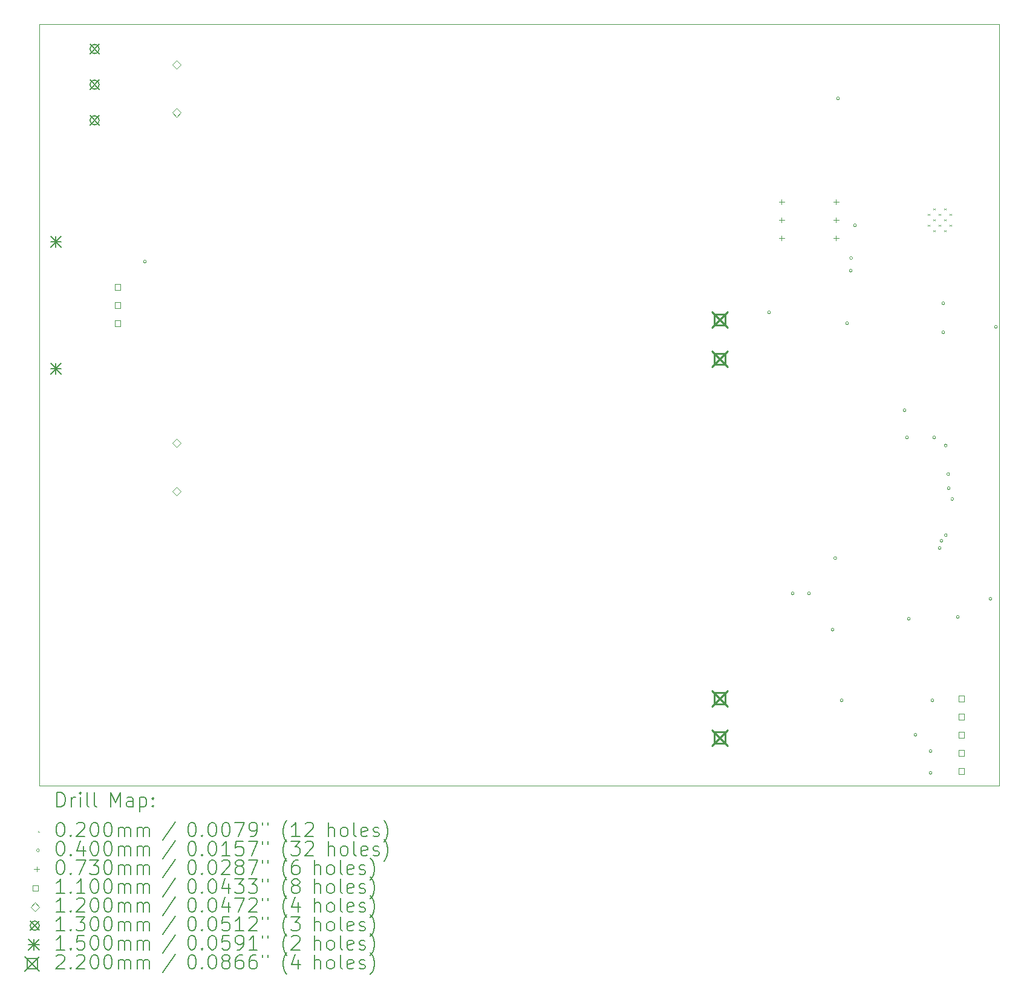
<source format=gbr>
%TF.GenerationSoftware,KiCad,Pcbnew,(7.0.0)*%
%TF.CreationDate,2023-07-06T12:34:01-04:00*%
%TF.ProjectId,led-controller,6c65642d-636f-46e7-9472-6f6c6c65722e,rev?*%
%TF.SameCoordinates,Original*%
%TF.FileFunction,Drillmap*%
%TF.FilePolarity,Positive*%
%FSLAX45Y45*%
G04 Gerber Fmt 4.5, Leading zero omitted, Abs format (unit mm)*
G04 Created by KiCad (PCBNEW (7.0.0)) date 2023-07-06 12:34:01*
%MOMM*%
%LPD*%
G01*
G04 APERTURE LIST*
%ADD10C,0.050000*%
%ADD11C,0.200000*%
%ADD12C,0.020000*%
%ADD13C,0.040000*%
%ADD14C,0.073000*%
%ADD15C,0.110000*%
%ADD16C,0.120000*%
%ADD17C,0.130000*%
%ADD18C,0.150000*%
%ADD19C,0.220000*%
G04 APERTURE END LIST*
D10*
X16865600Y-14732000D02*
X16865600Y-4064000D01*
X3429000Y-14732000D02*
X16865600Y-14732000D01*
X16865600Y-4064000D02*
X3429000Y-4064000D01*
X3429000Y-4064000D02*
X3429000Y-14732000D01*
D11*
D12*
X15865000Y-6720850D02*
X15885000Y-6740850D01*
X15885000Y-6720850D02*
X15865000Y-6740850D01*
X15865000Y-6873350D02*
X15885000Y-6893350D01*
X15885000Y-6873350D02*
X15865000Y-6893350D01*
X15941250Y-6644600D02*
X15961250Y-6664600D01*
X15961250Y-6644600D02*
X15941250Y-6664600D01*
X15941250Y-6797100D02*
X15961250Y-6817100D01*
X15961250Y-6797100D02*
X15941250Y-6817100D01*
X15941250Y-6949600D02*
X15961250Y-6969600D01*
X15961250Y-6949600D02*
X15941250Y-6969600D01*
X16017500Y-6720850D02*
X16037500Y-6740850D01*
X16037500Y-6720850D02*
X16017500Y-6740850D01*
X16017500Y-6873350D02*
X16037500Y-6893350D01*
X16037500Y-6873350D02*
X16017500Y-6893350D01*
X16093750Y-6644600D02*
X16113750Y-6664600D01*
X16113750Y-6644600D02*
X16093750Y-6664600D01*
X16093750Y-6797100D02*
X16113750Y-6817100D01*
X16113750Y-6797100D02*
X16093750Y-6817100D01*
X16093750Y-6949600D02*
X16113750Y-6969600D01*
X16113750Y-6949600D02*
X16093750Y-6969600D01*
X16170000Y-6720850D02*
X16190000Y-6740850D01*
X16190000Y-6720850D02*
X16170000Y-6740850D01*
X16170000Y-6873350D02*
X16190000Y-6893350D01*
X16190000Y-6873350D02*
X16170000Y-6893350D01*
D13*
X4922200Y-7391400D02*
G75*
G03*
X4922200Y-7391400I-20000J0D01*
G01*
X13659800Y-8102600D02*
G75*
G03*
X13659800Y-8102600I-20000J0D01*
G01*
X13990000Y-12039600D02*
G75*
G03*
X13990000Y-12039600I-20000J0D01*
G01*
X14218600Y-12039600D02*
G75*
G03*
X14218600Y-12039600I-20000J0D01*
G01*
X14548800Y-12547600D02*
G75*
G03*
X14548800Y-12547600I-20000J0D01*
G01*
X14586900Y-11544300D02*
G75*
G03*
X14586900Y-11544300I-20000J0D01*
G01*
X14625000Y-5105400D02*
G75*
G03*
X14625000Y-5105400I-20000J0D01*
G01*
X14675800Y-13538200D02*
G75*
G03*
X14675800Y-13538200I-20000J0D01*
G01*
X14752000Y-8255000D02*
G75*
G03*
X14752000Y-8255000I-20000J0D01*
G01*
X14802800Y-7518400D02*
G75*
G03*
X14802800Y-7518400I-20000J0D01*
G01*
X14809050Y-7340600D02*
G75*
G03*
X14809050Y-7340600I-20000J0D01*
G01*
X14862350Y-6883400D02*
G75*
G03*
X14862350Y-6883400I-20000J0D01*
G01*
X15558550Y-9474200D02*
G75*
G03*
X15558550Y-9474200I-20000J0D01*
G01*
X15590200Y-9855200D02*
G75*
G03*
X15590200Y-9855200I-20000J0D01*
G01*
X15615600Y-12395200D02*
G75*
G03*
X15615600Y-12395200I-20000J0D01*
G01*
X15708450Y-14020800D02*
G75*
G03*
X15708450Y-14020800I-20000J0D01*
G01*
X15920400Y-14249400D02*
G75*
G03*
X15920400Y-14249400I-20000J0D01*
G01*
X15920400Y-14554200D02*
G75*
G03*
X15920400Y-14554200I-20000J0D01*
G01*
X15945800Y-13538200D02*
G75*
G03*
X15945800Y-13538200I-20000J0D01*
G01*
X15971200Y-9855200D02*
G75*
G03*
X15971200Y-9855200I-20000J0D01*
G01*
X16047400Y-11404600D02*
G75*
G03*
X16047400Y-11404600I-20000J0D01*
G01*
X16072800Y-11303000D02*
G75*
G03*
X16072800Y-11303000I-20000J0D01*
G01*
X16098200Y-7975600D02*
G75*
G03*
X16098200Y-7975600I-20000J0D01*
G01*
X16098200Y-8382000D02*
G75*
G03*
X16098200Y-8382000I-20000J0D01*
G01*
X16132869Y-9966069D02*
G75*
G03*
X16132869Y-9966069I-20000J0D01*
G01*
X16134249Y-11224171D02*
G75*
G03*
X16134249Y-11224171I-20000J0D01*
G01*
X16168088Y-10369512D02*
G75*
G03*
X16168088Y-10369512I-20000J0D01*
G01*
X16174400Y-10566400D02*
G75*
G03*
X16174400Y-10566400I-20000J0D01*
G01*
X16223862Y-10717462D02*
G75*
G03*
X16223862Y-10717462I-20000J0D01*
G01*
X16301400Y-12369800D02*
G75*
G03*
X16301400Y-12369800I-20000J0D01*
G01*
X16758600Y-12115800D02*
G75*
G03*
X16758600Y-12115800I-20000J0D01*
G01*
X16834800Y-8305800D02*
G75*
G03*
X16834800Y-8305800I-20000J0D01*
G01*
D14*
X13817600Y-6516700D02*
X13817600Y-6589700D01*
X13781100Y-6553200D02*
X13854100Y-6553200D01*
X13817600Y-6770700D02*
X13817600Y-6843700D01*
X13781100Y-6807200D02*
X13854100Y-6807200D01*
X13817600Y-7024700D02*
X13817600Y-7097700D01*
X13781100Y-7061200D02*
X13854100Y-7061200D01*
X14579600Y-6516700D02*
X14579600Y-6589700D01*
X14543100Y-6553200D02*
X14616100Y-6553200D01*
X14579600Y-6770700D02*
X14579600Y-6843700D01*
X14543100Y-6807200D02*
X14616100Y-6807200D01*
X14579600Y-7024700D02*
X14579600Y-7097700D01*
X14543100Y-7061200D02*
X14616100Y-7061200D01*
D15*
X4560091Y-7785891D02*
X4560091Y-7708109D01*
X4482309Y-7708109D01*
X4482309Y-7785891D01*
X4560091Y-7785891D01*
X4560091Y-8039891D02*
X4560091Y-7962109D01*
X4482309Y-7962109D01*
X4482309Y-8039891D01*
X4560091Y-8039891D01*
X4560091Y-8293891D02*
X4560091Y-8216109D01*
X4482309Y-8216109D01*
X4482309Y-8293891D01*
X4560091Y-8293891D01*
X16371091Y-13551691D02*
X16371091Y-13473909D01*
X16293309Y-13473909D01*
X16293309Y-13551691D01*
X16371091Y-13551691D01*
X16371091Y-13805691D02*
X16371091Y-13727909D01*
X16293309Y-13727909D01*
X16293309Y-13805691D01*
X16371091Y-13805691D01*
X16371091Y-14059691D02*
X16371091Y-13981909D01*
X16293309Y-13981909D01*
X16293309Y-14059691D01*
X16371091Y-14059691D01*
X16371091Y-14313691D02*
X16371091Y-14235909D01*
X16293309Y-14235909D01*
X16293309Y-14313691D01*
X16371091Y-14313691D01*
X16371091Y-14567691D02*
X16371091Y-14489909D01*
X16293309Y-14489909D01*
X16293309Y-14567691D01*
X16371091Y-14567691D01*
D16*
X5348130Y-9994640D02*
X5408130Y-9934640D01*
X5348130Y-9874640D01*
X5288130Y-9934640D01*
X5348130Y-9994640D01*
X5348130Y-10669640D02*
X5408130Y-10609640D01*
X5348130Y-10549640D01*
X5288130Y-10609640D01*
X5348130Y-10669640D01*
X5349400Y-4689850D02*
X5409400Y-4629850D01*
X5349400Y-4569850D01*
X5289400Y-4629850D01*
X5349400Y-4689850D01*
X5349400Y-5364850D02*
X5409400Y-5304850D01*
X5349400Y-5244850D01*
X5289400Y-5304850D01*
X5349400Y-5364850D01*
D17*
X4134250Y-4346790D02*
X4264250Y-4476790D01*
X4264250Y-4346790D02*
X4134250Y-4476790D01*
X4264250Y-4411790D02*
G75*
G03*
X4264250Y-4411790I-65000J0D01*
G01*
X4134250Y-4846790D02*
X4264250Y-4976790D01*
X4264250Y-4846790D02*
X4134250Y-4976790D01*
X4264250Y-4911790D02*
G75*
G03*
X4264250Y-4911790I-65000J0D01*
G01*
X4134250Y-5346790D02*
X4264250Y-5476790D01*
X4264250Y-5346790D02*
X4134250Y-5476790D01*
X4264250Y-5411790D02*
G75*
G03*
X4264250Y-5411790I-65000J0D01*
G01*
D18*
X3582600Y-7036000D02*
X3732600Y-7186000D01*
X3732600Y-7036000D02*
X3582600Y-7186000D01*
X3657600Y-7036000D02*
X3657600Y-7186000D01*
X3582600Y-7111000D02*
X3732600Y-7111000D01*
X3582600Y-8816000D02*
X3732600Y-8966000D01*
X3732600Y-8816000D02*
X3582600Y-8966000D01*
X3657600Y-8816000D02*
X3657600Y-8966000D01*
X3582600Y-8891000D02*
X3732600Y-8891000D01*
D19*
X12838130Y-13399640D02*
X13058130Y-13619640D01*
X13058130Y-13399640D02*
X12838130Y-13619640D01*
X13025912Y-13587422D02*
X13025912Y-13431857D01*
X12870347Y-13431857D01*
X12870347Y-13587422D01*
X13025912Y-13587422D01*
X12838130Y-13949640D02*
X13058130Y-14169640D01*
X13058130Y-13949640D02*
X12838130Y-14169640D01*
X13025912Y-14137422D02*
X13025912Y-13981857D01*
X12870347Y-13981857D01*
X12870347Y-14137422D01*
X13025912Y-14137422D01*
X12839400Y-8094850D02*
X13059400Y-8314850D01*
X13059400Y-8094850D02*
X12839400Y-8314850D01*
X13027182Y-8282632D02*
X13027182Y-8127067D01*
X12871617Y-8127067D01*
X12871617Y-8282632D01*
X13027182Y-8282632D01*
X12839400Y-8644850D02*
X13059400Y-8864850D01*
X13059400Y-8644850D02*
X12839400Y-8864850D01*
X13027182Y-8832633D02*
X13027182Y-8677068D01*
X12871617Y-8677068D01*
X12871617Y-8832633D01*
X13027182Y-8832633D01*
D11*
X3674119Y-15027976D02*
X3674119Y-14827976D01*
X3674119Y-14827976D02*
X3721738Y-14827976D01*
X3721738Y-14827976D02*
X3750309Y-14837500D01*
X3750309Y-14837500D02*
X3769357Y-14856548D01*
X3769357Y-14856548D02*
X3778881Y-14875595D01*
X3778881Y-14875595D02*
X3788405Y-14913690D01*
X3788405Y-14913690D02*
X3788405Y-14942262D01*
X3788405Y-14942262D02*
X3778881Y-14980357D01*
X3778881Y-14980357D02*
X3769357Y-14999405D01*
X3769357Y-14999405D02*
X3750309Y-15018452D01*
X3750309Y-15018452D02*
X3721738Y-15027976D01*
X3721738Y-15027976D02*
X3674119Y-15027976D01*
X3874119Y-15027976D02*
X3874119Y-14894643D01*
X3874119Y-14932738D02*
X3883643Y-14913690D01*
X3883643Y-14913690D02*
X3893167Y-14904167D01*
X3893167Y-14904167D02*
X3912214Y-14894643D01*
X3912214Y-14894643D02*
X3931262Y-14894643D01*
X3997928Y-15027976D02*
X3997928Y-14894643D01*
X3997928Y-14827976D02*
X3988405Y-14837500D01*
X3988405Y-14837500D02*
X3997928Y-14847024D01*
X3997928Y-14847024D02*
X4007452Y-14837500D01*
X4007452Y-14837500D02*
X3997928Y-14827976D01*
X3997928Y-14827976D02*
X3997928Y-14847024D01*
X4121738Y-15027976D02*
X4102690Y-15018452D01*
X4102690Y-15018452D02*
X4093167Y-14999405D01*
X4093167Y-14999405D02*
X4093167Y-14827976D01*
X4226500Y-15027976D02*
X4207452Y-15018452D01*
X4207452Y-15018452D02*
X4197929Y-14999405D01*
X4197929Y-14999405D02*
X4197929Y-14827976D01*
X4422690Y-15027976D02*
X4422690Y-14827976D01*
X4422690Y-14827976D02*
X4489357Y-14970833D01*
X4489357Y-14970833D02*
X4556024Y-14827976D01*
X4556024Y-14827976D02*
X4556024Y-15027976D01*
X4736976Y-15027976D02*
X4736976Y-14923214D01*
X4736976Y-14923214D02*
X4727452Y-14904167D01*
X4727452Y-14904167D02*
X4708405Y-14894643D01*
X4708405Y-14894643D02*
X4670309Y-14894643D01*
X4670309Y-14894643D02*
X4651262Y-14904167D01*
X4736976Y-15018452D02*
X4717929Y-15027976D01*
X4717929Y-15027976D02*
X4670309Y-15027976D01*
X4670309Y-15027976D02*
X4651262Y-15018452D01*
X4651262Y-15018452D02*
X4641738Y-14999405D01*
X4641738Y-14999405D02*
X4641738Y-14980357D01*
X4641738Y-14980357D02*
X4651262Y-14961309D01*
X4651262Y-14961309D02*
X4670309Y-14951786D01*
X4670309Y-14951786D02*
X4717929Y-14951786D01*
X4717929Y-14951786D02*
X4736976Y-14942262D01*
X4832214Y-14894643D02*
X4832214Y-15094643D01*
X4832214Y-14904167D02*
X4851262Y-14894643D01*
X4851262Y-14894643D02*
X4889357Y-14894643D01*
X4889357Y-14894643D02*
X4908405Y-14904167D01*
X4908405Y-14904167D02*
X4917929Y-14913690D01*
X4917929Y-14913690D02*
X4927452Y-14932738D01*
X4927452Y-14932738D02*
X4927452Y-14989881D01*
X4927452Y-14989881D02*
X4917929Y-15008928D01*
X4917929Y-15008928D02*
X4908405Y-15018452D01*
X4908405Y-15018452D02*
X4889357Y-15027976D01*
X4889357Y-15027976D02*
X4851262Y-15027976D01*
X4851262Y-15027976D02*
X4832214Y-15018452D01*
X5013167Y-15008928D02*
X5022690Y-15018452D01*
X5022690Y-15018452D02*
X5013167Y-15027976D01*
X5013167Y-15027976D02*
X5003643Y-15018452D01*
X5003643Y-15018452D02*
X5013167Y-15008928D01*
X5013167Y-15008928D02*
X5013167Y-15027976D01*
X5013167Y-14904167D02*
X5022690Y-14913690D01*
X5022690Y-14913690D02*
X5013167Y-14923214D01*
X5013167Y-14923214D02*
X5003643Y-14913690D01*
X5003643Y-14913690D02*
X5013167Y-14904167D01*
X5013167Y-14904167D02*
X5013167Y-14923214D01*
D12*
X3406500Y-15364500D02*
X3426500Y-15384500D01*
X3426500Y-15364500D02*
X3406500Y-15384500D01*
D11*
X3712214Y-15247976D02*
X3731262Y-15247976D01*
X3731262Y-15247976D02*
X3750309Y-15257500D01*
X3750309Y-15257500D02*
X3759833Y-15267024D01*
X3759833Y-15267024D02*
X3769357Y-15286071D01*
X3769357Y-15286071D02*
X3778881Y-15324167D01*
X3778881Y-15324167D02*
X3778881Y-15371786D01*
X3778881Y-15371786D02*
X3769357Y-15409881D01*
X3769357Y-15409881D02*
X3759833Y-15428928D01*
X3759833Y-15428928D02*
X3750309Y-15438452D01*
X3750309Y-15438452D02*
X3731262Y-15447976D01*
X3731262Y-15447976D02*
X3712214Y-15447976D01*
X3712214Y-15447976D02*
X3693167Y-15438452D01*
X3693167Y-15438452D02*
X3683643Y-15428928D01*
X3683643Y-15428928D02*
X3674119Y-15409881D01*
X3674119Y-15409881D02*
X3664595Y-15371786D01*
X3664595Y-15371786D02*
X3664595Y-15324167D01*
X3664595Y-15324167D02*
X3674119Y-15286071D01*
X3674119Y-15286071D02*
X3683643Y-15267024D01*
X3683643Y-15267024D02*
X3693167Y-15257500D01*
X3693167Y-15257500D02*
X3712214Y-15247976D01*
X3864595Y-15428928D02*
X3874119Y-15438452D01*
X3874119Y-15438452D02*
X3864595Y-15447976D01*
X3864595Y-15447976D02*
X3855071Y-15438452D01*
X3855071Y-15438452D02*
X3864595Y-15428928D01*
X3864595Y-15428928D02*
X3864595Y-15447976D01*
X3950309Y-15267024D02*
X3959833Y-15257500D01*
X3959833Y-15257500D02*
X3978881Y-15247976D01*
X3978881Y-15247976D02*
X4026500Y-15247976D01*
X4026500Y-15247976D02*
X4045548Y-15257500D01*
X4045548Y-15257500D02*
X4055071Y-15267024D01*
X4055071Y-15267024D02*
X4064595Y-15286071D01*
X4064595Y-15286071D02*
X4064595Y-15305119D01*
X4064595Y-15305119D02*
X4055071Y-15333690D01*
X4055071Y-15333690D02*
X3940786Y-15447976D01*
X3940786Y-15447976D02*
X4064595Y-15447976D01*
X4188405Y-15247976D02*
X4207452Y-15247976D01*
X4207452Y-15247976D02*
X4226500Y-15257500D01*
X4226500Y-15257500D02*
X4236024Y-15267024D01*
X4236024Y-15267024D02*
X4245548Y-15286071D01*
X4245548Y-15286071D02*
X4255071Y-15324167D01*
X4255071Y-15324167D02*
X4255071Y-15371786D01*
X4255071Y-15371786D02*
X4245548Y-15409881D01*
X4245548Y-15409881D02*
X4236024Y-15428928D01*
X4236024Y-15428928D02*
X4226500Y-15438452D01*
X4226500Y-15438452D02*
X4207452Y-15447976D01*
X4207452Y-15447976D02*
X4188405Y-15447976D01*
X4188405Y-15447976D02*
X4169357Y-15438452D01*
X4169357Y-15438452D02*
X4159833Y-15428928D01*
X4159833Y-15428928D02*
X4150309Y-15409881D01*
X4150309Y-15409881D02*
X4140786Y-15371786D01*
X4140786Y-15371786D02*
X4140786Y-15324167D01*
X4140786Y-15324167D02*
X4150309Y-15286071D01*
X4150309Y-15286071D02*
X4159833Y-15267024D01*
X4159833Y-15267024D02*
X4169357Y-15257500D01*
X4169357Y-15257500D02*
X4188405Y-15247976D01*
X4378881Y-15247976D02*
X4397929Y-15247976D01*
X4397929Y-15247976D02*
X4416976Y-15257500D01*
X4416976Y-15257500D02*
X4426500Y-15267024D01*
X4426500Y-15267024D02*
X4436024Y-15286071D01*
X4436024Y-15286071D02*
X4445548Y-15324167D01*
X4445548Y-15324167D02*
X4445548Y-15371786D01*
X4445548Y-15371786D02*
X4436024Y-15409881D01*
X4436024Y-15409881D02*
X4426500Y-15428928D01*
X4426500Y-15428928D02*
X4416976Y-15438452D01*
X4416976Y-15438452D02*
X4397929Y-15447976D01*
X4397929Y-15447976D02*
X4378881Y-15447976D01*
X4378881Y-15447976D02*
X4359833Y-15438452D01*
X4359833Y-15438452D02*
X4350310Y-15428928D01*
X4350310Y-15428928D02*
X4340786Y-15409881D01*
X4340786Y-15409881D02*
X4331262Y-15371786D01*
X4331262Y-15371786D02*
X4331262Y-15324167D01*
X4331262Y-15324167D02*
X4340786Y-15286071D01*
X4340786Y-15286071D02*
X4350310Y-15267024D01*
X4350310Y-15267024D02*
X4359833Y-15257500D01*
X4359833Y-15257500D02*
X4378881Y-15247976D01*
X4531262Y-15447976D02*
X4531262Y-15314643D01*
X4531262Y-15333690D02*
X4540786Y-15324167D01*
X4540786Y-15324167D02*
X4559833Y-15314643D01*
X4559833Y-15314643D02*
X4588405Y-15314643D01*
X4588405Y-15314643D02*
X4607452Y-15324167D01*
X4607452Y-15324167D02*
X4616976Y-15343214D01*
X4616976Y-15343214D02*
X4616976Y-15447976D01*
X4616976Y-15343214D02*
X4626500Y-15324167D01*
X4626500Y-15324167D02*
X4645548Y-15314643D01*
X4645548Y-15314643D02*
X4674119Y-15314643D01*
X4674119Y-15314643D02*
X4693167Y-15324167D01*
X4693167Y-15324167D02*
X4702691Y-15343214D01*
X4702691Y-15343214D02*
X4702691Y-15447976D01*
X4797929Y-15447976D02*
X4797929Y-15314643D01*
X4797929Y-15333690D02*
X4807452Y-15324167D01*
X4807452Y-15324167D02*
X4826500Y-15314643D01*
X4826500Y-15314643D02*
X4855072Y-15314643D01*
X4855072Y-15314643D02*
X4874119Y-15324167D01*
X4874119Y-15324167D02*
X4883643Y-15343214D01*
X4883643Y-15343214D02*
X4883643Y-15447976D01*
X4883643Y-15343214D02*
X4893167Y-15324167D01*
X4893167Y-15324167D02*
X4912214Y-15314643D01*
X4912214Y-15314643D02*
X4940786Y-15314643D01*
X4940786Y-15314643D02*
X4959833Y-15324167D01*
X4959833Y-15324167D02*
X4969357Y-15343214D01*
X4969357Y-15343214D02*
X4969357Y-15447976D01*
X5327452Y-15238452D02*
X5156024Y-15495595D01*
X5552214Y-15247976D02*
X5571262Y-15247976D01*
X5571262Y-15247976D02*
X5590310Y-15257500D01*
X5590310Y-15257500D02*
X5599833Y-15267024D01*
X5599833Y-15267024D02*
X5609357Y-15286071D01*
X5609357Y-15286071D02*
X5618881Y-15324167D01*
X5618881Y-15324167D02*
X5618881Y-15371786D01*
X5618881Y-15371786D02*
X5609357Y-15409881D01*
X5609357Y-15409881D02*
X5599833Y-15428928D01*
X5599833Y-15428928D02*
X5590310Y-15438452D01*
X5590310Y-15438452D02*
X5571262Y-15447976D01*
X5571262Y-15447976D02*
X5552214Y-15447976D01*
X5552214Y-15447976D02*
X5533167Y-15438452D01*
X5533167Y-15438452D02*
X5523643Y-15428928D01*
X5523643Y-15428928D02*
X5514119Y-15409881D01*
X5514119Y-15409881D02*
X5504595Y-15371786D01*
X5504595Y-15371786D02*
X5504595Y-15324167D01*
X5504595Y-15324167D02*
X5514119Y-15286071D01*
X5514119Y-15286071D02*
X5523643Y-15267024D01*
X5523643Y-15267024D02*
X5533167Y-15257500D01*
X5533167Y-15257500D02*
X5552214Y-15247976D01*
X5704595Y-15428928D02*
X5714119Y-15438452D01*
X5714119Y-15438452D02*
X5704595Y-15447976D01*
X5704595Y-15447976D02*
X5695071Y-15438452D01*
X5695071Y-15438452D02*
X5704595Y-15428928D01*
X5704595Y-15428928D02*
X5704595Y-15447976D01*
X5837929Y-15247976D02*
X5856976Y-15247976D01*
X5856976Y-15247976D02*
X5876024Y-15257500D01*
X5876024Y-15257500D02*
X5885548Y-15267024D01*
X5885548Y-15267024D02*
X5895071Y-15286071D01*
X5895071Y-15286071D02*
X5904595Y-15324167D01*
X5904595Y-15324167D02*
X5904595Y-15371786D01*
X5904595Y-15371786D02*
X5895071Y-15409881D01*
X5895071Y-15409881D02*
X5885548Y-15428928D01*
X5885548Y-15428928D02*
X5876024Y-15438452D01*
X5876024Y-15438452D02*
X5856976Y-15447976D01*
X5856976Y-15447976D02*
X5837929Y-15447976D01*
X5837929Y-15447976D02*
X5818881Y-15438452D01*
X5818881Y-15438452D02*
X5809357Y-15428928D01*
X5809357Y-15428928D02*
X5799833Y-15409881D01*
X5799833Y-15409881D02*
X5790310Y-15371786D01*
X5790310Y-15371786D02*
X5790310Y-15324167D01*
X5790310Y-15324167D02*
X5799833Y-15286071D01*
X5799833Y-15286071D02*
X5809357Y-15267024D01*
X5809357Y-15267024D02*
X5818881Y-15257500D01*
X5818881Y-15257500D02*
X5837929Y-15247976D01*
X6028405Y-15247976D02*
X6047452Y-15247976D01*
X6047452Y-15247976D02*
X6066500Y-15257500D01*
X6066500Y-15257500D02*
X6076024Y-15267024D01*
X6076024Y-15267024D02*
X6085548Y-15286071D01*
X6085548Y-15286071D02*
X6095071Y-15324167D01*
X6095071Y-15324167D02*
X6095071Y-15371786D01*
X6095071Y-15371786D02*
X6085548Y-15409881D01*
X6085548Y-15409881D02*
X6076024Y-15428928D01*
X6076024Y-15428928D02*
X6066500Y-15438452D01*
X6066500Y-15438452D02*
X6047452Y-15447976D01*
X6047452Y-15447976D02*
X6028405Y-15447976D01*
X6028405Y-15447976D02*
X6009357Y-15438452D01*
X6009357Y-15438452D02*
X5999833Y-15428928D01*
X5999833Y-15428928D02*
X5990310Y-15409881D01*
X5990310Y-15409881D02*
X5980786Y-15371786D01*
X5980786Y-15371786D02*
X5980786Y-15324167D01*
X5980786Y-15324167D02*
X5990310Y-15286071D01*
X5990310Y-15286071D02*
X5999833Y-15267024D01*
X5999833Y-15267024D02*
X6009357Y-15257500D01*
X6009357Y-15257500D02*
X6028405Y-15247976D01*
X6161738Y-15247976D02*
X6295071Y-15247976D01*
X6295071Y-15247976D02*
X6209357Y-15447976D01*
X6380786Y-15447976D02*
X6418881Y-15447976D01*
X6418881Y-15447976D02*
X6437929Y-15438452D01*
X6437929Y-15438452D02*
X6447452Y-15428928D01*
X6447452Y-15428928D02*
X6466500Y-15400357D01*
X6466500Y-15400357D02*
X6476024Y-15362262D01*
X6476024Y-15362262D02*
X6476024Y-15286071D01*
X6476024Y-15286071D02*
X6466500Y-15267024D01*
X6466500Y-15267024D02*
X6456976Y-15257500D01*
X6456976Y-15257500D02*
X6437929Y-15247976D01*
X6437929Y-15247976D02*
X6399833Y-15247976D01*
X6399833Y-15247976D02*
X6380786Y-15257500D01*
X6380786Y-15257500D02*
X6371262Y-15267024D01*
X6371262Y-15267024D02*
X6361738Y-15286071D01*
X6361738Y-15286071D02*
X6361738Y-15333690D01*
X6361738Y-15333690D02*
X6371262Y-15352738D01*
X6371262Y-15352738D02*
X6380786Y-15362262D01*
X6380786Y-15362262D02*
X6399833Y-15371786D01*
X6399833Y-15371786D02*
X6437929Y-15371786D01*
X6437929Y-15371786D02*
X6456976Y-15362262D01*
X6456976Y-15362262D02*
X6466500Y-15352738D01*
X6466500Y-15352738D02*
X6476024Y-15333690D01*
X6552214Y-15247976D02*
X6552214Y-15286071D01*
X6628405Y-15247976D02*
X6628405Y-15286071D01*
X6891262Y-15524167D02*
X6881738Y-15514643D01*
X6881738Y-15514643D02*
X6862691Y-15486071D01*
X6862691Y-15486071D02*
X6853167Y-15467024D01*
X6853167Y-15467024D02*
X6843643Y-15438452D01*
X6843643Y-15438452D02*
X6834119Y-15390833D01*
X6834119Y-15390833D02*
X6834119Y-15352738D01*
X6834119Y-15352738D02*
X6843643Y-15305119D01*
X6843643Y-15305119D02*
X6853167Y-15276548D01*
X6853167Y-15276548D02*
X6862691Y-15257500D01*
X6862691Y-15257500D02*
X6881738Y-15228928D01*
X6881738Y-15228928D02*
X6891262Y-15219405D01*
X7072214Y-15447976D02*
X6957929Y-15447976D01*
X7015071Y-15447976D02*
X7015071Y-15247976D01*
X7015071Y-15247976D02*
X6996024Y-15276548D01*
X6996024Y-15276548D02*
X6976976Y-15295595D01*
X6976976Y-15295595D02*
X6957929Y-15305119D01*
X7148405Y-15267024D02*
X7157929Y-15257500D01*
X7157929Y-15257500D02*
X7176976Y-15247976D01*
X7176976Y-15247976D02*
X7224595Y-15247976D01*
X7224595Y-15247976D02*
X7243643Y-15257500D01*
X7243643Y-15257500D02*
X7253167Y-15267024D01*
X7253167Y-15267024D02*
X7262691Y-15286071D01*
X7262691Y-15286071D02*
X7262691Y-15305119D01*
X7262691Y-15305119D02*
X7253167Y-15333690D01*
X7253167Y-15333690D02*
X7138881Y-15447976D01*
X7138881Y-15447976D02*
X7262691Y-15447976D01*
X7468405Y-15447976D02*
X7468405Y-15247976D01*
X7554119Y-15447976D02*
X7554119Y-15343214D01*
X7554119Y-15343214D02*
X7544595Y-15324167D01*
X7544595Y-15324167D02*
X7525548Y-15314643D01*
X7525548Y-15314643D02*
X7496976Y-15314643D01*
X7496976Y-15314643D02*
X7477929Y-15324167D01*
X7477929Y-15324167D02*
X7468405Y-15333690D01*
X7677929Y-15447976D02*
X7658881Y-15438452D01*
X7658881Y-15438452D02*
X7649357Y-15428928D01*
X7649357Y-15428928D02*
X7639833Y-15409881D01*
X7639833Y-15409881D02*
X7639833Y-15352738D01*
X7639833Y-15352738D02*
X7649357Y-15333690D01*
X7649357Y-15333690D02*
X7658881Y-15324167D01*
X7658881Y-15324167D02*
X7677929Y-15314643D01*
X7677929Y-15314643D02*
X7706500Y-15314643D01*
X7706500Y-15314643D02*
X7725548Y-15324167D01*
X7725548Y-15324167D02*
X7735072Y-15333690D01*
X7735072Y-15333690D02*
X7744595Y-15352738D01*
X7744595Y-15352738D02*
X7744595Y-15409881D01*
X7744595Y-15409881D02*
X7735072Y-15428928D01*
X7735072Y-15428928D02*
X7725548Y-15438452D01*
X7725548Y-15438452D02*
X7706500Y-15447976D01*
X7706500Y-15447976D02*
X7677929Y-15447976D01*
X7858881Y-15447976D02*
X7839833Y-15438452D01*
X7839833Y-15438452D02*
X7830310Y-15419405D01*
X7830310Y-15419405D02*
X7830310Y-15247976D01*
X8011262Y-15438452D02*
X7992214Y-15447976D01*
X7992214Y-15447976D02*
X7954119Y-15447976D01*
X7954119Y-15447976D02*
X7935072Y-15438452D01*
X7935072Y-15438452D02*
X7925548Y-15419405D01*
X7925548Y-15419405D02*
X7925548Y-15343214D01*
X7925548Y-15343214D02*
X7935072Y-15324167D01*
X7935072Y-15324167D02*
X7954119Y-15314643D01*
X7954119Y-15314643D02*
X7992214Y-15314643D01*
X7992214Y-15314643D02*
X8011262Y-15324167D01*
X8011262Y-15324167D02*
X8020786Y-15343214D01*
X8020786Y-15343214D02*
X8020786Y-15362262D01*
X8020786Y-15362262D02*
X7925548Y-15381309D01*
X8096976Y-15438452D02*
X8116024Y-15447976D01*
X8116024Y-15447976D02*
X8154119Y-15447976D01*
X8154119Y-15447976D02*
X8173167Y-15438452D01*
X8173167Y-15438452D02*
X8182691Y-15419405D01*
X8182691Y-15419405D02*
X8182691Y-15409881D01*
X8182691Y-15409881D02*
X8173167Y-15390833D01*
X8173167Y-15390833D02*
X8154119Y-15381309D01*
X8154119Y-15381309D02*
X8125548Y-15381309D01*
X8125548Y-15381309D02*
X8106500Y-15371786D01*
X8106500Y-15371786D02*
X8096976Y-15352738D01*
X8096976Y-15352738D02*
X8096976Y-15343214D01*
X8096976Y-15343214D02*
X8106500Y-15324167D01*
X8106500Y-15324167D02*
X8125548Y-15314643D01*
X8125548Y-15314643D02*
X8154119Y-15314643D01*
X8154119Y-15314643D02*
X8173167Y-15324167D01*
X8249357Y-15524167D02*
X8258881Y-15514643D01*
X8258881Y-15514643D02*
X8277929Y-15486071D01*
X8277929Y-15486071D02*
X8287453Y-15467024D01*
X8287453Y-15467024D02*
X8296976Y-15438452D01*
X8296976Y-15438452D02*
X8306500Y-15390833D01*
X8306500Y-15390833D02*
X8306500Y-15352738D01*
X8306500Y-15352738D02*
X8296976Y-15305119D01*
X8296976Y-15305119D02*
X8287453Y-15276548D01*
X8287453Y-15276548D02*
X8277929Y-15257500D01*
X8277929Y-15257500D02*
X8258881Y-15228928D01*
X8258881Y-15228928D02*
X8249357Y-15219405D01*
D13*
X3426500Y-15638500D02*
G75*
G03*
X3426500Y-15638500I-20000J0D01*
G01*
D11*
X3712214Y-15511976D02*
X3731262Y-15511976D01*
X3731262Y-15511976D02*
X3750309Y-15521500D01*
X3750309Y-15521500D02*
X3759833Y-15531024D01*
X3759833Y-15531024D02*
X3769357Y-15550071D01*
X3769357Y-15550071D02*
X3778881Y-15588167D01*
X3778881Y-15588167D02*
X3778881Y-15635786D01*
X3778881Y-15635786D02*
X3769357Y-15673881D01*
X3769357Y-15673881D02*
X3759833Y-15692928D01*
X3759833Y-15692928D02*
X3750309Y-15702452D01*
X3750309Y-15702452D02*
X3731262Y-15711976D01*
X3731262Y-15711976D02*
X3712214Y-15711976D01*
X3712214Y-15711976D02*
X3693167Y-15702452D01*
X3693167Y-15702452D02*
X3683643Y-15692928D01*
X3683643Y-15692928D02*
X3674119Y-15673881D01*
X3674119Y-15673881D02*
X3664595Y-15635786D01*
X3664595Y-15635786D02*
X3664595Y-15588167D01*
X3664595Y-15588167D02*
X3674119Y-15550071D01*
X3674119Y-15550071D02*
X3683643Y-15531024D01*
X3683643Y-15531024D02*
X3693167Y-15521500D01*
X3693167Y-15521500D02*
X3712214Y-15511976D01*
X3864595Y-15692928D02*
X3874119Y-15702452D01*
X3874119Y-15702452D02*
X3864595Y-15711976D01*
X3864595Y-15711976D02*
X3855071Y-15702452D01*
X3855071Y-15702452D02*
X3864595Y-15692928D01*
X3864595Y-15692928D02*
X3864595Y-15711976D01*
X4045548Y-15578643D02*
X4045548Y-15711976D01*
X3997928Y-15502452D02*
X3950309Y-15645309D01*
X3950309Y-15645309D02*
X4074119Y-15645309D01*
X4188405Y-15511976D02*
X4207452Y-15511976D01*
X4207452Y-15511976D02*
X4226500Y-15521500D01*
X4226500Y-15521500D02*
X4236024Y-15531024D01*
X4236024Y-15531024D02*
X4245548Y-15550071D01*
X4245548Y-15550071D02*
X4255071Y-15588167D01*
X4255071Y-15588167D02*
X4255071Y-15635786D01*
X4255071Y-15635786D02*
X4245548Y-15673881D01*
X4245548Y-15673881D02*
X4236024Y-15692928D01*
X4236024Y-15692928D02*
X4226500Y-15702452D01*
X4226500Y-15702452D02*
X4207452Y-15711976D01*
X4207452Y-15711976D02*
X4188405Y-15711976D01*
X4188405Y-15711976D02*
X4169357Y-15702452D01*
X4169357Y-15702452D02*
X4159833Y-15692928D01*
X4159833Y-15692928D02*
X4150309Y-15673881D01*
X4150309Y-15673881D02*
X4140786Y-15635786D01*
X4140786Y-15635786D02*
X4140786Y-15588167D01*
X4140786Y-15588167D02*
X4150309Y-15550071D01*
X4150309Y-15550071D02*
X4159833Y-15531024D01*
X4159833Y-15531024D02*
X4169357Y-15521500D01*
X4169357Y-15521500D02*
X4188405Y-15511976D01*
X4378881Y-15511976D02*
X4397929Y-15511976D01*
X4397929Y-15511976D02*
X4416976Y-15521500D01*
X4416976Y-15521500D02*
X4426500Y-15531024D01*
X4426500Y-15531024D02*
X4436024Y-15550071D01*
X4436024Y-15550071D02*
X4445548Y-15588167D01*
X4445548Y-15588167D02*
X4445548Y-15635786D01*
X4445548Y-15635786D02*
X4436024Y-15673881D01*
X4436024Y-15673881D02*
X4426500Y-15692928D01*
X4426500Y-15692928D02*
X4416976Y-15702452D01*
X4416976Y-15702452D02*
X4397929Y-15711976D01*
X4397929Y-15711976D02*
X4378881Y-15711976D01*
X4378881Y-15711976D02*
X4359833Y-15702452D01*
X4359833Y-15702452D02*
X4350310Y-15692928D01*
X4350310Y-15692928D02*
X4340786Y-15673881D01*
X4340786Y-15673881D02*
X4331262Y-15635786D01*
X4331262Y-15635786D02*
X4331262Y-15588167D01*
X4331262Y-15588167D02*
X4340786Y-15550071D01*
X4340786Y-15550071D02*
X4350310Y-15531024D01*
X4350310Y-15531024D02*
X4359833Y-15521500D01*
X4359833Y-15521500D02*
X4378881Y-15511976D01*
X4531262Y-15711976D02*
X4531262Y-15578643D01*
X4531262Y-15597690D02*
X4540786Y-15588167D01*
X4540786Y-15588167D02*
X4559833Y-15578643D01*
X4559833Y-15578643D02*
X4588405Y-15578643D01*
X4588405Y-15578643D02*
X4607452Y-15588167D01*
X4607452Y-15588167D02*
X4616976Y-15607214D01*
X4616976Y-15607214D02*
X4616976Y-15711976D01*
X4616976Y-15607214D02*
X4626500Y-15588167D01*
X4626500Y-15588167D02*
X4645548Y-15578643D01*
X4645548Y-15578643D02*
X4674119Y-15578643D01*
X4674119Y-15578643D02*
X4693167Y-15588167D01*
X4693167Y-15588167D02*
X4702691Y-15607214D01*
X4702691Y-15607214D02*
X4702691Y-15711976D01*
X4797929Y-15711976D02*
X4797929Y-15578643D01*
X4797929Y-15597690D02*
X4807452Y-15588167D01*
X4807452Y-15588167D02*
X4826500Y-15578643D01*
X4826500Y-15578643D02*
X4855072Y-15578643D01*
X4855072Y-15578643D02*
X4874119Y-15588167D01*
X4874119Y-15588167D02*
X4883643Y-15607214D01*
X4883643Y-15607214D02*
X4883643Y-15711976D01*
X4883643Y-15607214D02*
X4893167Y-15588167D01*
X4893167Y-15588167D02*
X4912214Y-15578643D01*
X4912214Y-15578643D02*
X4940786Y-15578643D01*
X4940786Y-15578643D02*
X4959833Y-15588167D01*
X4959833Y-15588167D02*
X4969357Y-15607214D01*
X4969357Y-15607214D02*
X4969357Y-15711976D01*
X5327452Y-15502452D02*
X5156024Y-15759595D01*
X5552214Y-15511976D02*
X5571262Y-15511976D01*
X5571262Y-15511976D02*
X5590310Y-15521500D01*
X5590310Y-15521500D02*
X5599833Y-15531024D01*
X5599833Y-15531024D02*
X5609357Y-15550071D01*
X5609357Y-15550071D02*
X5618881Y-15588167D01*
X5618881Y-15588167D02*
X5618881Y-15635786D01*
X5618881Y-15635786D02*
X5609357Y-15673881D01*
X5609357Y-15673881D02*
X5599833Y-15692928D01*
X5599833Y-15692928D02*
X5590310Y-15702452D01*
X5590310Y-15702452D02*
X5571262Y-15711976D01*
X5571262Y-15711976D02*
X5552214Y-15711976D01*
X5552214Y-15711976D02*
X5533167Y-15702452D01*
X5533167Y-15702452D02*
X5523643Y-15692928D01*
X5523643Y-15692928D02*
X5514119Y-15673881D01*
X5514119Y-15673881D02*
X5504595Y-15635786D01*
X5504595Y-15635786D02*
X5504595Y-15588167D01*
X5504595Y-15588167D02*
X5514119Y-15550071D01*
X5514119Y-15550071D02*
X5523643Y-15531024D01*
X5523643Y-15531024D02*
X5533167Y-15521500D01*
X5533167Y-15521500D02*
X5552214Y-15511976D01*
X5704595Y-15692928D02*
X5714119Y-15702452D01*
X5714119Y-15702452D02*
X5704595Y-15711976D01*
X5704595Y-15711976D02*
X5695071Y-15702452D01*
X5695071Y-15702452D02*
X5704595Y-15692928D01*
X5704595Y-15692928D02*
X5704595Y-15711976D01*
X5837929Y-15511976D02*
X5856976Y-15511976D01*
X5856976Y-15511976D02*
X5876024Y-15521500D01*
X5876024Y-15521500D02*
X5885548Y-15531024D01*
X5885548Y-15531024D02*
X5895071Y-15550071D01*
X5895071Y-15550071D02*
X5904595Y-15588167D01*
X5904595Y-15588167D02*
X5904595Y-15635786D01*
X5904595Y-15635786D02*
X5895071Y-15673881D01*
X5895071Y-15673881D02*
X5885548Y-15692928D01*
X5885548Y-15692928D02*
X5876024Y-15702452D01*
X5876024Y-15702452D02*
X5856976Y-15711976D01*
X5856976Y-15711976D02*
X5837929Y-15711976D01*
X5837929Y-15711976D02*
X5818881Y-15702452D01*
X5818881Y-15702452D02*
X5809357Y-15692928D01*
X5809357Y-15692928D02*
X5799833Y-15673881D01*
X5799833Y-15673881D02*
X5790310Y-15635786D01*
X5790310Y-15635786D02*
X5790310Y-15588167D01*
X5790310Y-15588167D02*
X5799833Y-15550071D01*
X5799833Y-15550071D02*
X5809357Y-15531024D01*
X5809357Y-15531024D02*
X5818881Y-15521500D01*
X5818881Y-15521500D02*
X5837929Y-15511976D01*
X6095071Y-15711976D02*
X5980786Y-15711976D01*
X6037929Y-15711976D02*
X6037929Y-15511976D01*
X6037929Y-15511976D02*
X6018881Y-15540548D01*
X6018881Y-15540548D02*
X5999833Y-15559595D01*
X5999833Y-15559595D02*
X5980786Y-15569119D01*
X6276024Y-15511976D02*
X6180786Y-15511976D01*
X6180786Y-15511976D02*
X6171262Y-15607214D01*
X6171262Y-15607214D02*
X6180786Y-15597690D01*
X6180786Y-15597690D02*
X6199833Y-15588167D01*
X6199833Y-15588167D02*
X6247452Y-15588167D01*
X6247452Y-15588167D02*
X6266500Y-15597690D01*
X6266500Y-15597690D02*
X6276024Y-15607214D01*
X6276024Y-15607214D02*
X6285548Y-15626262D01*
X6285548Y-15626262D02*
X6285548Y-15673881D01*
X6285548Y-15673881D02*
X6276024Y-15692928D01*
X6276024Y-15692928D02*
X6266500Y-15702452D01*
X6266500Y-15702452D02*
X6247452Y-15711976D01*
X6247452Y-15711976D02*
X6199833Y-15711976D01*
X6199833Y-15711976D02*
X6180786Y-15702452D01*
X6180786Y-15702452D02*
X6171262Y-15692928D01*
X6352214Y-15511976D02*
X6485548Y-15511976D01*
X6485548Y-15511976D02*
X6399833Y-15711976D01*
X6552214Y-15511976D02*
X6552214Y-15550071D01*
X6628405Y-15511976D02*
X6628405Y-15550071D01*
X6891262Y-15788167D02*
X6881738Y-15778643D01*
X6881738Y-15778643D02*
X6862691Y-15750071D01*
X6862691Y-15750071D02*
X6853167Y-15731024D01*
X6853167Y-15731024D02*
X6843643Y-15702452D01*
X6843643Y-15702452D02*
X6834119Y-15654833D01*
X6834119Y-15654833D02*
X6834119Y-15616738D01*
X6834119Y-15616738D02*
X6843643Y-15569119D01*
X6843643Y-15569119D02*
X6853167Y-15540548D01*
X6853167Y-15540548D02*
X6862691Y-15521500D01*
X6862691Y-15521500D02*
X6881738Y-15492928D01*
X6881738Y-15492928D02*
X6891262Y-15483405D01*
X6948405Y-15511976D02*
X7072214Y-15511976D01*
X7072214Y-15511976D02*
X7005548Y-15588167D01*
X7005548Y-15588167D02*
X7034119Y-15588167D01*
X7034119Y-15588167D02*
X7053167Y-15597690D01*
X7053167Y-15597690D02*
X7062691Y-15607214D01*
X7062691Y-15607214D02*
X7072214Y-15626262D01*
X7072214Y-15626262D02*
X7072214Y-15673881D01*
X7072214Y-15673881D02*
X7062691Y-15692928D01*
X7062691Y-15692928D02*
X7053167Y-15702452D01*
X7053167Y-15702452D02*
X7034119Y-15711976D01*
X7034119Y-15711976D02*
X6976976Y-15711976D01*
X6976976Y-15711976D02*
X6957929Y-15702452D01*
X6957929Y-15702452D02*
X6948405Y-15692928D01*
X7148405Y-15531024D02*
X7157929Y-15521500D01*
X7157929Y-15521500D02*
X7176976Y-15511976D01*
X7176976Y-15511976D02*
X7224595Y-15511976D01*
X7224595Y-15511976D02*
X7243643Y-15521500D01*
X7243643Y-15521500D02*
X7253167Y-15531024D01*
X7253167Y-15531024D02*
X7262691Y-15550071D01*
X7262691Y-15550071D02*
X7262691Y-15569119D01*
X7262691Y-15569119D02*
X7253167Y-15597690D01*
X7253167Y-15597690D02*
X7138881Y-15711976D01*
X7138881Y-15711976D02*
X7262691Y-15711976D01*
X7468405Y-15711976D02*
X7468405Y-15511976D01*
X7554119Y-15711976D02*
X7554119Y-15607214D01*
X7554119Y-15607214D02*
X7544595Y-15588167D01*
X7544595Y-15588167D02*
X7525548Y-15578643D01*
X7525548Y-15578643D02*
X7496976Y-15578643D01*
X7496976Y-15578643D02*
X7477929Y-15588167D01*
X7477929Y-15588167D02*
X7468405Y-15597690D01*
X7677929Y-15711976D02*
X7658881Y-15702452D01*
X7658881Y-15702452D02*
X7649357Y-15692928D01*
X7649357Y-15692928D02*
X7639833Y-15673881D01*
X7639833Y-15673881D02*
X7639833Y-15616738D01*
X7639833Y-15616738D02*
X7649357Y-15597690D01*
X7649357Y-15597690D02*
X7658881Y-15588167D01*
X7658881Y-15588167D02*
X7677929Y-15578643D01*
X7677929Y-15578643D02*
X7706500Y-15578643D01*
X7706500Y-15578643D02*
X7725548Y-15588167D01*
X7725548Y-15588167D02*
X7735072Y-15597690D01*
X7735072Y-15597690D02*
X7744595Y-15616738D01*
X7744595Y-15616738D02*
X7744595Y-15673881D01*
X7744595Y-15673881D02*
X7735072Y-15692928D01*
X7735072Y-15692928D02*
X7725548Y-15702452D01*
X7725548Y-15702452D02*
X7706500Y-15711976D01*
X7706500Y-15711976D02*
X7677929Y-15711976D01*
X7858881Y-15711976D02*
X7839833Y-15702452D01*
X7839833Y-15702452D02*
X7830310Y-15683405D01*
X7830310Y-15683405D02*
X7830310Y-15511976D01*
X8011262Y-15702452D02*
X7992214Y-15711976D01*
X7992214Y-15711976D02*
X7954119Y-15711976D01*
X7954119Y-15711976D02*
X7935072Y-15702452D01*
X7935072Y-15702452D02*
X7925548Y-15683405D01*
X7925548Y-15683405D02*
X7925548Y-15607214D01*
X7925548Y-15607214D02*
X7935072Y-15588167D01*
X7935072Y-15588167D02*
X7954119Y-15578643D01*
X7954119Y-15578643D02*
X7992214Y-15578643D01*
X7992214Y-15578643D02*
X8011262Y-15588167D01*
X8011262Y-15588167D02*
X8020786Y-15607214D01*
X8020786Y-15607214D02*
X8020786Y-15626262D01*
X8020786Y-15626262D02*
X7925548Y-15645309D01*
X8096976Y-15702452D02*
X8116024Y-15711976D01*
X8116024Y-15711976D02*
X8154119Y-15711976D01*
X8154119Y-15711976D02*
X8173167Y-15702452D01*
X8173167Y-15702452D02*
X8182691Y-15683405D01*
X8182691Y-15683405D02*
X8182691Y-15673881D01*
X8182691Y-15673881D02*
X8173167Y-15654833D01*
X8173167Y-15654833D02*
X8154119Y-15645309D01*
X8154119Y-15645309D02*
X8125548Y-15645309D01*
X8125548Y-15645309D02*
X8106500Y-15635786D01*
X8106500Y-15635786D02*
X8096976Y-15616738D01*
X8096976Y-15616738D02*
X8096976Y-15607214D01*
X8096976Y-15607214D02*
X8106500Y-15588167D01*
X8106500Y-15588167D02*
X8125548Y-15578643D01*
X8125548Y-15578643D02*
X8154119Y-15578643D01*
X8154119Y-15578643D02*
X8173167Y-15588167D01*
X8249357Y-15788167D02*
X8258881Y-15778643D01*
X8258881Y-15778643D02*
X8277929Y-15750071D01*
X8277929Y-15750071D02*
X8287453Y-15731024D01*
X8287453Y-15731024D02*
X8296976Y-15702452D01*
X8296976Y-15702452D02*
X8306500Y-15654833D01*
X8306500Y-15654833D02*
X8306500Y-15616738D01*
X8306500Y-15616738D02*
X8296976Y-15569119D01*
X8296976Y-15569119D02*
X8287453Y-15540548D01*
X8287453Y-15540548D02*
X8277929Y-15521500D01*
X8277929Y-15521500D02*
X8258881Y-15492928D01*
X8258881Y-15492928D02*
X8249357Y-15483405D01*
D14*
X3390000Y-15866000D02*
X3390000Y-15939000D01*
X3353500Y-15902500D02*
X3426500Y-15902500D01*
D11*
X3712214Y-15775976D02*
X3731262Y-15775976D01*
X3731262Y-15775976D02*
X3750309Y-15785500D01*
X3750309Y-15785500D02*
X3759833Y-15795024D01*
X3759833Y-15795024D02*
X3769357Y-15814071D01*
X3769357Y-15814071D02*
X3778881Y-15852167D01*
X3778881Y-15852167D02*
X3778881Y-15899786D01*
X3778881Y-15899786D02*
X3769357Y-15937881D01*
X3769357Y-15937881D02*
X3759833Y-15956928D01*
X3759833Y-15956928D02*
X3750309Y-15966452D01*
X3750309Y-15966452D02*
X3731262Y-15975976D01*
X3731262Y-15975976D02*
X3712214Y-15975976D01*
X3712214Y-15975976D02*
X3693167Y-15966452D01*
X3693167Y-15966452D02*
X3683643Y-15956928D01*
X3683643Y-15956928D02*
X3674119Y-15937881D01*
X3674119Y-15937881D02*
X3664595Y-15899786D01*
X3664595Y-15899786D02*
X3664595Y-15852167D01*
X3664595Y-15852167D02*
X3674119Y-15814071D01*
X3674119Y-15814071D02*
X3683643Y-15795024D01*
X3683643Y-15795024D02*
X3693167Y-15785500D01*
X3693167Y-15785500D02*
X3712214Y-15775976D01*
X3864595Y-15956928D02*
X3874119Y-15966452D01*
X3874119Y-15966452D02*
X3864595Y-15975976D01*
X3864595Y-15975976D02*
X3855071Y-15966452D01*
X3855071Y-15966452D02*
X3864595Y-15956928D01*
X3864595Y-15956928D02*
X3864595Y-15975976D01*
X3940786Y-15775976D02*
X4074119Y-15775976D01*
X4074119Y-15775976D02*
X3988405Y-15975976D01*
X4131262Y-15775976D02*
X4255071Y-15775976D01*
X4255071Y-15775976D02*
X4188405Y-15852167D01*
X4188405Y-15852167D02*
X4216976Y-15852167D01*
X4216976Y-15852167D02*
X4236024Y-15861690D01*
X4236024Y-15861690D02*
X4245548Y-15871214D01*
X4245548Y-15871214D02*
X4255071Y-15890262D01*
X4255071Y-15890262D02*
X4255071Y-15937881D01*
X4255071Y-15937881D02*
X4245548Y-15956928D01*
X4245548Y-15956928D02*
X4236024Y-15966452D01*
X4236024Y-15966452D02*
X4216976Y-15975976D01*
X4216976Y-15975976D02*
X4159833Y-15975976D01*
X4159833Y-15975976D02*
X4140786Y-15966452D01*
X4140786Y-15966452D02*
X4131262Y-15956928D01*
X4378881Y-15775976D02*
X4397929Y-15775976D01*
X4397929Y-15775976D02*
X4416976Y-15785500D01*
X4416976Y-15785500D02*
X4426500Y-15795024D01*
X4426500Y-15795024D02*
X4436024Y-15814071D01*
X4436024Y-15814071D02*
X4445548Y-15852167D01*
X4445548Y-15852167D02*
X4445548Y-15899786D01*
X4445548Y-15899786D02*
X4436024Y-15937881D01*
X4436024Y-15937881D02*
X4426500Y-15956928D01*
X4426500Y-15956928D02*
X4416976Y-15966452D01*
X4416976Y-15966452D02*
X4397929Y-15975976D01*
X4397929Y-15975976D02*
X4378881Y-15975976D01*
X4378881Y-15975976D02*
X4359833Y-15966452D01*
X4359833Y-15966452D02*
X4350310Y-15956928D01*
X4350310Y-15956928D02*
X4340786Y-15937881D01*
X4340786Y-15937881D02*
X4331262Y-15899786D01*
X4331262Y-15899786D02*
X4331262Y-15852167D01*
X4331262Y-15852167D02*
X4340786Y-15814071D01*
X4340786Y-15814071D02*
X4350310Y-15795024D01*
X4350310Y-15795024D02*
X4359833Y-15785500D01*
X4359833Y-15785500D02*
X4378881Y-15775976D01*
X4531262Y-15975976D02*
X4531262Y-15842643D01*
X4531262Y-15861690D02*
X4540786Y-15852167D01*
X4540786Y-15852167D02*
X4559833Y-15842643D01*
X4559833Y-15842643D02*
X4588405Y-15842643D01*
X4588405Y-15842643D02*
X4607452Y-15852167D01*
X4607452Y-15852167D02*
X4616976Y-15871214D01*
X4616976Y-15871214D02*
X4616976Y-15975976D01*
X4616976Y-15871214D02*
X4626500Y-15852167D01*
X4626500Y-15852167D02*
X4645548Y-15842643D01*
X4645548Y-15842643D02*
X4674119Y-15842643D01*
X4674119Y-15842643D02*
X4693167Y-15852167D01*
X4693167Y-15852167D02*
X4702691Y-15871214D01*
X4702691Y-15871214D02*
X4702691Y-15975976D01*
X4797929Y-15975976D02*
X4797929Y-15842643D01*
X4797929Y-15861690D02*
X4807452Y-15852167D01*
X4807452Y-15852167D02*
X4826500Y-15842643D01*
X4826500Y-15842643D02*
X4855072Y-15842643D01*
X4855072Y-15842643D02*
X4874119Y-15852167D01*
X4874119Y-15852167D02*
X4883643Y-15871214D01*
X4883643Y-15871214D02*
X4883643Y-15975976D01*
X4883643Y-15871214D02*
X4893167Y-15852167D01*
X4893167Y-15852167D02*
X4912214Y-15842643D01*
X4912214Y-15842643D02*
X4940786Y-15842643D01*
X4940786Y-15842643D02*
X4959833Y-15852167D01*
X4959833Y-15852167D02*
X4969357Y-15871214D01*
X4969357Y-15871214D02*
X4969357Y-15975976D01*
X5327452Y-15766452D02*
X5156024Y-16023595D01*
X5552214Y-15775976D02*
X5571262Y-15775976D01*
X5571262Y-15775976D02*
X5590310Y-15785500D01*
X5590310Y-15785500D02*
X5599833Y-15795024D01*
X5599833Y-15795024D02*
X5609357Y-15814071D01*
X5609357Y-15814071D02*
X5618881Y-15852167D01*
X5618881Y-15852167D02*
X5618881Y-15899786D01*
X5618881Y-15899786D02*
X5609357Y-15937881D01*
X5609357Y-15937881D02*
X5599833Y-15956928D01*
X5599833Y-15956928D02*
X5590310Y-15966452D01*
X5590310Y-15966452D02*
X5571262Y-15975976D01*
X5571262Y-15975976D02*
X5552214Y-15975976D01*
X5552214Y-15975976D02*
X5533167Y-15966452D01*
X5533167Y-15966452D02*
X5523643Y-15956928D01*
X5523643Y-15956928D02*
X5514119Y-15937881D01*
X5514119Y-15937881D02*
X5504595Y-15899786D01*
X5504595Y-15899786D02*
X5504595Y-15852167D01*
X5504595Y-15852167D02*
X5514119Y-15814071D01*
X5514119Y-15814071D02*
X5523643Y-15795024D01*
X5523643Y-15795024D02*
X5533167Y-15785500D01*
X5533167Y-15785500D02*
X5552214Y-15775976D01*
X5704595Y-15956928D02*
X5714119Y-15966452D01*
X5714119Y-15966452D02*
X5704595Y-15975976D01*
X5704595Y-15975976D02*
X5695071Y-15966452D01*
X5695071Y-15966452D02*
X5704595Y-15956928D01*
X5704595Y-15956928D02*
X5704595Y-15975976D01*
X5837929Y-15775976D02*
X5856976Y-15775976D01*
X5856976Y-15775976D02*
X5876024Y-15785500D01*
X5876024Y-15785500D02*
X5885548Y-15795024D01*
X5885548Y-15795024D02*
X5895071Y-15814071D01*
X5895071Y-15814071D02*
X5904595Y-15852167D01*
X5904595Y-15852167D02*
X5904595Y-15899786D01*
X5904595Y-15899786D02*
X5895071Y-15937881D01*
X5895071Y-15937881D02*
X5885548Y-15956928D01*
X5885548Y-15956928D02*
X5876024Y-15966452D01*
X5876024Y-15966452D02*
X5856976Y-15975976D01*
X5856976Y-15975976D02*
X5837929Y-15975976D01*
X5837929Y-15975976D02*
X5818881Y-15966452D01*
X5818881Y-15966452D02*
X5809357Y-15956928D01*
X5809357Y-15956928D02*
X5799833Y-15937881D01*
X5799833Y-15937881D02*
X5790310Y-15899786D01*
X5790310Y-15899786D02*
X5790310Y-15852167D01*
X5790310Y-15852167D02*
X5799833Y-15814071D01*
X5799833Y-15814071D02*
X5809357Y-15795024D01*
X5809357Y-15795024D02*
X5818881Y-15785500D01*
X5818881Y-15785500D02*
X5837929Y-15775976D01*
X5980786Y-15795024D02*
X5990310Y-15785500D01*
X5990310Y-15785500D02*
X6009357Y-15775976D01*
X6009357Y-15775976D02*
X6056976Y-15775976D01*
X6056976Y-15775976D02*
X6076024Y-15785500D01*
X6076024Y-15785500D02*
X6085548Y-15795024D01*
X6085548Y-15795024D02*
X6095071Y-15814071D01*
X6095071Y-15814071D02*
X6095071Y-15833119D01*
X6095071Y-15833119D02*
X6085548Y-15861690D01*
X6085548Y-15861690D02*
X5971262Y-15975976D01*
X5971262Y-15975976D02*
X6095071Y-15975976D01*
X6209357Y-15861690D02*
X6190310Y-15852167D01*
X6190310Y-15852167D02*
X6180786Y-15842643D01*
X6180786Y-15842643D02*
X6171262Y-15823595D01*
X6171262Y-15823595D02*
X6171262Y-15814071D01*
X6171262Y-15814071D02*
X6180786Y-15795024D01*
X6180786Y-15795024D02*
X6190310Y-15785500D01*
X6190310Y-15785500D02*
X6209357Y-15775976D01*
X6209357Y-15775976D02*
X6247452Y-15775976D01*
X6247452Y-15775976D02*
X6266500Y-15785500D01*
X6266500Y-15785500D02*
X6276024Y-15795024D01*
X6276024Y-15795024D02*
X6285548Y-15814071D01*
X6285548Y-15814071D02*
X6285548Y-15823595D01*
X6285548Y-15823595D02*
X6276024Y-15842643D01*
X6276024Y-15842643D02*
X6266500Y-15852167D01*
X6266500Y-15852167D02*
X6247452Y-15861690D01*
X6247452Y-15861690D02*
X6209357Y-15861690D01*
X6209357Y-15861690D02*
X6190310Y-15871214D01*
X6190310Y-15871214D02*
X6180786Y-15880738D01*
X6180786Y-15880738D02*
X6171262Y-15899786D01*
X6171262Y-15899786D02*
X6171262Y-15937881D01*
X6171262Y-15937881D02*
X6180786Y-15956928D01*
X6180786Y-15956928D02*
X6190310Y-15966452D01*
X6190310Y-15966452D02*
X6209357Y-15975976D01*
X6209357Y-15975976D02*
X6247452Y-15975976D01*
X6247452Y-15975976D02*
X6266500Y-15966452D01*
X6266500Y-15966452D02*
X6276024Y-15956928D01*
X6276024Y-15956928D02*
X6285548Y-15937881D01*
X6285548Y-15937881D02*
X6285548Y-15899786D01*
X6285548Y-15899786D02*
X6276024Y-15880738D01*
X6276024Y-15880738D02*
X6266500Y-15871214D01*
X6266500Y-15871214D02*
X6247452Y-15861690D01*
X6352214Y-15775976D02*
X6485548Y-15775976D01*
X6485548Y-15775976D02*
X6399833Y-15975976D01*
X6552214Y-15775976D02*
X6552214Y-15814071D01*
X6628405Y-15775976D02*
X6628405Y-15814071D01*
X6891262Y-16052167D02*
X6881738Y-16042643D01*
X6881738Y-16042643D02*
X6862691Y-16014071D01*
X6862691Y-16014071D02*
X6853167Y-15995024D01*
X6853167Y-15995024D02*
X6843643Y-15966452D01*
X6843643Y-15966452D02*
X6834119Y-15918833D01*
X6834119Y-15918833D02*
X6834119Y-15880738D01*
X6834119Y-15880738D02*
X6843643Y-15833119D01*
X6843643Y-15833119D02*
X6853167Y-15804548D01*
X6853167Y-15804548D02*
X6862691Y-15785500D01*
X6862691Y-15785500D02*
X6881738Y-15756928D01*
X6881738Y-15756928D02*
X6891262Y-15747405D01*
X7053167Y-15775976D02*
X7015071Y-15775976D01*
X7015071Y-15775976D02*
X6996024Y-15785500D01*
X6996024Y-15785500D02*
X6986500Y-15795024D01*
X6986500Y-15795024D02*
X6967452Y-15823595D01*
X6967452Y-15823595D02*
X6957929Y-15861690D01*
X6957929Y-15861690D02*
X6957929Y-15937881D01*
X6957929Y-15937881D02*
X6967452Y-15956928D01*
X6967452Y-15956928D02*
X6976976Y-15966452D01*
X6976976Y-15966452D02*
X6996024Y-15975976D01*
X6996024Y-15975976D02*
X7034119Y-15975976D01*
X7034119Y-15975976D02*
X7053167Y-15966452D01*
X7053167Y-15966452D02*
X7062691Y-15956928D01*
X7062691Y-15956928D02*
X7072214Y-15937881D01*
X7072214Y-15937881D02*
X7072214Y-15890262D01*
X7072214Y-15890262D02*
X7062691Y-15871214D01*
X7062691Y-15871214D02*
X7053167Y-15861690D01*
X7053167Y-15861690D02*
X7034119Y-15852167D01*
X7034119Y-15852167D02*
X6996024Y-15852167D01*
X6996024Y-15852167D02*
X6976976Y-15861690D01*
X6976976Y-15861690D02*
X6967452Y-15871214D01*
X6967452Y-15871214D02*
X6957929Y-15890262D01*
X7277929Y-15975976D02*
X7277929Y-15775976D01*
X7363643Y-15975976D02*
X7363643Y-15871214D01*
X7363643Y-15871214D02*
X7354119Y-15852167D01*
X7354119Y-15852167D02*
X7335072Y-15842643D01*
X7335072Y-15842643D02*
X7306500Y-15842643D01*
X7306500Y-15842643D02*
X7287452Y-15852167D01*
X7287452Y-15852167D02*
X7277929Y-15861690D01*
X7487452Y-15975976D02*
X7468405Y-15966452D01*
X7468405Y-15966452D02*
X7458881Y-15956928D01*
X7458881Y-15956928D02*
X7449357Y-15937881D01*
X7449357Y-15937881D02*
X7449357Y-15880738D01*
X7449357Y-15880738D02*
X7458881Y-15861690D01*
X7458881Y-15861690D02*
X7468405Y-15852167D01*
X7468405Y-15852167D02*
X7487452Y-15842643D01*
X7487452Y-15842643D02*
X7516024Y-15842643D01*
X7516024Y-15842643D02*
X7535072Y-15852167D01*
X7535072Y-15852167D02*
X7544595Y-15861690D01*
X7544595Y-15861690D02*
X7554119Y-15880738D01*
X7554119Y-15880738D02*
X7554119Y-15937881D01*
X7554119Y-15937881D02*
X7544595Y-15956928D01*
X7544595Y-15956928D02*
X7535072Y-15966452D01*
X7535072Y-15966452D02*
X7516024Y-15975976D01*
X7516024Y-15975976D02*
X7487452Y-15975976D01*
X7668405Y-15975976D02*
X7649357Y-15966452D01*
X7649357Y-15966452D02*
X7639833Y-15947405D01*
X7639833Y-15947405D02*
X7639833Y-15775976D01*
X7820786Y-15966452D02*
X7801738Y-15975976D01*
X7801738Y-15975976D02*
X7763643Y-15975976D01*
X7763643Y-15975976D02*
X7744595Y-15966452D01*
X7744595Y-15966452D02*
X7735072Y-15947405D01*
X7735072Y-15947405D02*
X7735072Y-15871214D01*
X7735072Y-15871214D02*
X7744595Y-15852167D01*
X7744595Y-15852167D02*
X7763643Y-15842643D01*
X7763643Y-15842643D02*
X7801738Y-15842643D01*
X7801738Y-15842643D02*
X7820786Y-15852167D01*
X7820786Y-15852167D02*
X7830310Y-15871214D01*
X7830310Y-15871214D02*
X7830310Y-15890262D01*
X7830310Y-15890262D02*
X7735072Y-15909309D01*
X7906500Y-15966452D02*
X7925548Y-15975976D01*
X7925548Y-15975976D02*
X7963643Y-15975976D01*
X7963643Y-15975976D02*
X7982691Y-15966452D01*
X7982691Y-15966452D02*
X7992214Y-15947405D01*
X7992214Y-15947405D02*
X7992214Y-15937881D01*
X7992214Y-15937881D02*
X7982691Y-15918833D01*
X7982691Y-15918833D02*
X7963643Y-15909309D01*
X7963643Y-15909309D02*
X7935072Y-15909309D01*
X7935072Y-15909309D02*
X7916024Y-15899786D01*
X7916024Y-15899786D02*
X7906500Y-15880738D01*
X7906500Y-15880738D02*
X7906500Y-15871214D01*
X7906500Y-15871214D02*
X7916024Y-15852167D01*
X7916024Y-15852167D02*
X7935072Y-15842643D01*
X7935072Y-15842643D02*
X7963643Y-15842643D01*
X7963643Y-15842643D02*
X7982691Y-15852167D01*
X8058881Y-16052167D02*
X8068405Y-16042643D01*
X8068405Y-16042643D02*
X8087453Y-16014071D01*
X8087453Y-16014071D02*
X8096976Y-15995024D01*
X8096976Y-15995024D02*
X8106500Y-15966452D01*
X8106500Y-15966452D02*
X8116024Y-15918833D01*
X8116024Y-15918833D02*
X8116024Y-15880738D01*
X8116024Y-15880738D02*
X8106500Y-15833119D01*
X8106500Y-15833119D02*
X8096976Y-15804548D01*
X8096976Y-15804548D02*
X8087453Y-15785500D01*
X8087453Y-15785500D02*
X8068405Y-15756928D01*
X8068405Y-15756928D02*
X8058881Y-15747405D01*
D15*
X3410391Y-16205391D02*
X3410391Y-16127609D01*
X3332609Y-16127609D01*
X3332609Y-16205391D01*
X3410391Y-16205391D01*
D11*
X3778881Y-16239976D02*
X3664595Y-16239976D01*
X3721738Y-16239976D02*
X3721738Y-16039976D01*
X3721738Y-16039976D02*
X3702690Y-16068548D01*
X3702690Y-16068548D02*
X3683643Y-16087595D01*
X3683643Y-16087595D02*
X3664595Y-16097119D01*
X3864595Y-16220928D02*
X3874119Y-16230452D01*
X3874119Y-16230452D02*
X3864595Y-16239976D01*
X3864595Y-16239976D02*
X3855071Y-16230452D01*
X3855071Y-16230452D02*
X3864595Y-16220928D01*
X3864595Y-16220928D02*
X3864595Y-16239976D01*
X4064595Y-16239976D02*
X3950309Y-16239976D01*
X4007452Y-16239976D02*
X4007452Y-16039976D01*
X4007452Y-16039976D02*
X3988405Y-16068548D01*
X3988405Y-16068548D02*
X3969357Y-16087595D01*
X3969357Y-16087595D02*
X3950309Y-16097119D01*
X4188405Y-16039976D02*
X4207452Y-16039976D01*
X4207452Y-16039976D02*
X4226500Y-16049500D01*
X4226500Y-16049500D02*
X4236024Y-16059024D01*
X4236024Y-16059024D02*
X4245548Y-16078071D01*
X4245548Y-16078071D02*
X4255071Y-16116167D01*
X4255071Y-16116167D02*
X4255071Y-16163786D01*
X4255071Y-16163786D02*
X4245548Y-16201881D01*
X4245548Y-16201881D02*
X4236024Y-16220928D01*
X4236024Y-16220928D02*
X4226500Y-16230452D01*
X4226500Y-16230452D02*
X4207452Y-16239976D01*
X4207452Y-16239976D02*
X4188405Y-16239976D01*
X4188405Y-16239976D02*
X4169357Y-16230452D01*
X4169357Y-16230452D02*
X4159833Y-16220928D01*
X4159833Y-16220928D02*
X4150309Y-16201881D01*
X4150309Y-16201881D02*
X4140786Y-16163786D01*
X4140786Y-16163786D02*
X4140786Y-16116167D01*
X4140786Y-16116167D02*
X4150309Y-16078071D01*
X4150309Y-16078071D02*
X4159833Y-16059024D01*
X4159833Y-16059024D02*
X4169357Y-16049500D01*
X4169357Y-16049500D02*
X4188405Y-16039976D01*
X4378881Y-16039976D02*
X4397929Y-16039976D01*
X4397929Y-16039976D02*
X4416976Y-16049500D01*
X4416976Y-16049500D02*
X4426500Y-16059024D01*
X4426500Y-16059024D02*
X4436024Y-16078071D01*
X4436024Y-16078071D02*
X4445548Y-16116167D01*
X4445548Y-16116167D02*
X4445548Y-16163786D01*
X4445548Y-16163786D02*
X4436024Y-16201881D01*
X4436024Y-16201881D02*
X4426500Y-16220928D01*
X4426500Y-16220928D02*
X4416976Y-16230452D01*
X4416976Y-16230452D02*
X4397929Y-16239976D01*
X4397929Y-16239976D02*
X4378881Y-16239976D01*
X4378881Y-16239976D02*
X4359833Y-16230452D01*
X4359833Y-16230452D02*
X4350310Y-16220928D01*
X4350310Y-16220928D02*
X4340786Y-16201881D01*
X4340786Y-16201881D02*
X4331262Y-16163786D01*
X4331262Y-16163786D02*
X4331262Y-16116167D01*
X4331262Y-16116167D02*
X4340786Y-16078071D01*
X4340786Y-16078071D02*
X4350310Y-16059024D01*
X4350310Y-16059024D02*
X4359833Y-16049500D01*
X4359833Y-16049500D02*
X4378881Y-16039976D01*
X4531262Y-16239976D02*
X4531262Y-16106643D01*
X4531262Y-16125690D02*
X4540786Y-16116167D01*
X4540786Y-16116167D02*
X4559833Y-16106643D01*
X4559833Y-16106643D02*
X4588405Y-16106643D01*
X4588405Y-16106643D02*
X4607452Y-16116167D01*
X4607452Y-16116167D02*
X4616976Y-16135214D01*
X4616976Y-16135214D02*
X4616976Y-16239976D01*
X4616976Y-16135214D02*
X4626500Y-16116167D01*
X4626500Y-16116167D02*
X4645548Y-16106643D01*
X4645548Y-16106643D02*
X4674119Y-16106643D01*
X4674119Y-16106643D02*
X4693167Y-16116167D01*
X4693167Y-16116167D02*
X4702691Y-16135214D01*
X4702691Y-16135214D02*
X4702691Y-16239976D01*
X4797929Y-16239976D02*
X4797929Y-16106643D01*
X4797929Y-16125690D02*
X4807452Y-16116167D01*
X4807452Y-16116167D02*
X4826500Y-16106643D01*
X4826500Y-16106643D02*
X4855072Y-16106643D01*
X4855072Y-16106643D02*
X4874119Y-16116167D01*
X4874119Y-16116167D02*
X4883643Y-16135214D01*
X4883643Y-16135214D02*
X4883643Y-16239976D01*
X4883643Y-16135214D02*
X4893167Y-16116167D01*
X4893167Y-16116167D02*
X4912214Y-16106643D01*
X4912214Y-16106643D02*
X4940786Y-16106643D01*
X4940786Y-16106643D02*
X4959833Y-16116167D01*
X4959833Y-16116167D02*
X4969357Y-16135214D01*
X4969357Y-16135214D02*
X4969357Y-16239976D01*
X5327452Y-16030452D02*
X5156024Y-16287595D01*
X5552214Y-16039976D02*
X5571262Y-16039976D01*
X5571262Y-16039976D02*
X5590310Y-16049500D01*
X5590310Y-16049500D02*
X5599833Y-16059024D01*
X5599833Y-16059024D02*
X5609357Y-16078071D01*
X5609357Y-16078071D02*
X5618881Y-16116167D01*
X5618881Y-16116167D02*
X5618881Y-16163786D01*
X5618881Y-16163786D02*
X5609357Y-16201881D01*
X5609357Y-16201881D02*
X5599833Y-16220928D01*
X5599833Y-16220928D02*
X5590310Y-16230452D01*
X5590310Y-16230452D02*
X5571262Y-16239976D01*
X5571262Y-16239976D02*
X5552214Y-16239976D01*
X5552214Y-16239976D02*
X5533167Y-16230452D01*
X5533167Y-16230452D02*
X5523643Y-16220928D01*
X5523643Y-16220928D02*
X5514119Y-16201881D01*
X5514119Y-16201881D02*
X5504595Y-16163786D01*
X5504595Y-16163786D02*
X5504595Y-16116167D01*
X5504595Y-16116167D02*
X5514119Y-16078071D01*
X5514119Y-16078071D02*
X5523643Y-16059024D01*
X5523643Y-16059024D02*
X5533167Y-16049500D01*
X5533167Y-16049500D02*
X5552214Y-16039976D01*
X5704595Y-16220928D02*
X5714119Y-16230452D01*
X5714119Y-16230452D02*
X5704595Y-16239976D01*
X5704595Y-16239976D02*
X5695071Y-16230452D01*
X5695071Y-16230452D02*
X5704595Y-16220928D01*
X5704595Y-16220928D02*
X5704595Y-16239976D01*
X5837929Y-16039976D02*
X5856976Y-16039976D01*
X5856976Y-16039976D02*
X5876024Y-16049500D01*
X5876024Y-16049500D02*
X5885548Y-16059024D01*
X5885548Y-16059024D02*
X5895071Y-16078071D01*
X5895071Y-16078071D02*
X5904595Y-16116167D01*
X5904595Y-16116167D02*
X5904595Y-16163786D01*
X5904595Y-16163786D02*
X5895071Y-16201881D01*
X5895071Y-16201881D02*
X5885548Y-16220928D01*
X5885548Y-16220928D02*
X5876024Y-16230452D01*
X5876024Y-16230452D02*
X5856976Y-16239976D01*
X5856976Y-16239976D02*
X5837929Y-16239976D01*
X5837929Y-16239976D02*
X5818881Y-16230452D01*
X5818881Y-16230452D02*
X5809357Y-16220928D01*
X5809357Y-16220928D02*
X5799833Y-16201881D01*
X5799833Y-16201881D02*
X5790310Y-16163786D01*
X5790310Y-16163786D02*
X5790310Y-16116167D01*
X5790310Y-16116167D02*
X5799833Y-16078071D01*
X5799833Y-16078071D02*
X5809357Y-16059024D01*
X5809357Y-16059024D02*
X5818881Y-16049500D01*
X5818881Y-16049500D02*
X5837929Y-16039976D01*
X6076024Y-16106643D02*
X6076024Y-16239976D01*
X6028405Y-16030452D02*
X5980786Y-16173309D01*
X5980786Y-16173309D02*
X6104595Y-16173309D01*
X6161738Y-16039976D02*
X6285548Y-16039976D01*
X6285548Y-16039976D02*
X6218881Y-16116167D01*
X6218881Y-16116167D02*
X6247452Y-16116167D01*
X6247452Y-16116167D02*
X6266500Y-16125690D01*
X6266500Y-16125690D02*
X6276024Y-16135214D01*
X6276024Y-16135214D02*
X6285548Y-16154262D01*
X6285548Y-16154262D02*
X6285548Y-16201881D01*
X6285548Y-16201881D02*
X6276024Y-16220928D01*
X6276024Y-16220928D02*
X6266500Y-16230452D01*
X6266500Y-16230452D02*
X6247452Y-16239976D01*
X6247452Y-16239976D02*
X6190310Y-16239976D01*
X6190310Y-16239976D02*
X6171262Y-16230452D01*
X6171262Y-16230452D02*
X6161738Y-16220928D01*
X6352214Y-16039976D02*
X6476024Y-16039976D01*
X6476024Y-16039976D02*
X6409357Y-16116167D01*
X6409357Y-16116167D02*
X6437929Y-16116167D01*
X6437929Y-16116167D02*
X6456976Y-16125690D01*
X6456976Y-16125690D02*
X6466500Y-16135214D01*
X6466500Y-16135214D02*
X6476024Y-16154262D01*
X6476024Y-16154262D02*
X6476024Y-16201881D01*
X6476024Y-16201881D02*
X6466500Y-16220928D01*
X6466500Y-16220928D02*
X6456976Y-16230452D01*
X6456976Y-16230452D02*
X6437929Y-16239976D01*
X6437929Y-16239976D02*
X6380786Y-16239976D01*
X6380786Y-16239976D02*
X6361738Y-16230452D01*
X6361738Y-16230452D02*
X6352214Y-16220928D01*
X6552214Y-16039976D02*
X6552214Y-16078071D01*
X6628405Y-16039976D02*
X6628405Y-16078071D01*
X6891262Y-16316167D02*
X6881738Y-16306643D01*
X6881738Y-16306643D02*
X6862691Y-16278071D01*
X6862691Y-16278071D02*
X6853167Y-16259024D01*
X6853167Y-16259024D02*
X6843643Y-16230452D01*
X6843643Y-16230452D02*
X6834119Y-16182833D01*
X6834119Y-16182833D02*
X6834119Y-16144738D01*
X6834119Y-16144738D02*
X6843643Y-16097119D01*
X6843643Y-16097119D02*
X6853167Y-16068548D01*
X6853167Y-16068548D02*
X6862691Y-16049500D01*
X6862691Y-16049500D02*
X6881738Y-16020928D01*
X6881738Y-16020928D02*
X6891262Y-16011405D01*
X6996024Y-16125690D02*
X6976976Y-16116167D01*
X6976976Y-16116167D02*
X6967452Y-16106643D01*
X6967452Y-16106643D02*
X6957929Y-16087595D01*
X6957929Y-16087595D02*
X6957929Y-16078071D01*
X6957929Y-16078071D02*
X6967452Y-16059024D01*
X6967452Y-16059024D02*
X6976976Y-16049500D01*
X6976976Y-16049500D02*
X6996024Y-16039976D01*
X6996024Y-16039976D02*
X7034119Y-16039976D01*
X7034119Y-16039976D02*
X7053167Y-16049500D01*
X7053167Y-16049500D02*
X7062691Y-16059024D01*
X7062691Y-16059024D02*
X7072214Y-16078071D01*
X7072214Y-16078071D02*
X7072214Y-16087595D01*
X7072214Y-16087595D02*
X7062691Y-16106643D01*
X7062691Y-16106643D02*
X7053167Y-16116167D01*
X7053167Y-16116167D02*
X7034119Y-16125690D01*
X7034119Y-16125690D02*
X6996024Y-16125690D01*
X6996024Y-16125690D02*
X6976976Y-16135214D01*
X6976976Y-16135214D02*
X6967452Y-16144738D01*
X6967452Y-16144738D02*
X6957929Y-16163786D01*
X6957929Y-16163786D02*
X6957929Y-16201881D01*
X6957929Y-16201881D02*
X6967452Y-16220928D01*
X6967452Y-16220928D02*
X6976976Y-16230452D01*
X6976976Y-16230452D02*
X6996024Y-16239976D01*
X6996024Y-16239976D02*
X7034119Y-16239976D01*
X7034119Y-16239976D02*
X7053167Y-16230452D01*
X7053167Y-16230452D02*
X7062691Y-16220928D01*
X7062691Y-16220928D02*
X7072214Y-16201881D01*
X7072214Y-16201881D02*
X7072214Y-16163786D01*
X7072214Y-16163786D02*
X7062691Y-16144738D01*
X7062691Y-16144738D02*
X7053167Y-16135214D01*
X7053167Y-16135214D02*
X7034119Y-16125690D01*
X7277929Y-16239976D02*
X7277929Y-16039976D01*
X7363643Y-16239976D02*
X7363643Y-16135214D01*
X7363643Y-16135214D02*
X7354119Y-16116167D01*
X7354119Y-16116167D02*
X7335072Y-16106643D01*
X7335072Y-16106643D02*
X7306500Y-16106643D01*
X7306500Y-16106643D02*
X7287452Y-16116167D01*
X7287452Y-16116167D02*
X7277929Y-16125690D01*
X7487452Y-16239976D02*
X7468405Y-16230452D01*
X7468405Y-16230452D02*
X7458881Y-16220928D01*
X7458881Y-16220928D02*
X7449357Y-16201881D01*
X7449357Y-16201881D02*
X7449357Y-16144738D01*
X7449357Y-16144738D02*
X7458881Y-16125690D01*
X7458881Y-16125690D02*
X7468405Y-16116167D01*
X7468405Y-16116167D02*
X7487452Y-16106643D01*
X7487452Y-16106643D02*
X7516024Y-16106643D01*
X7516024Y-16106643D02*
X7535072Y-16116167D01*
X7535072Y-16116167D02*
X7544595Y-16125690D01*
X7544595Y-16125690D02*
X7554119Y-16144738D01*
X7554119Y-16144738D02*
X7554119Y-16201881D01*
X7554119Y-16201881D02*
X7544595Y-16220928D01*
X7544595Y-16220928D02*
X7535072Y-16230452D01*
X7535072Y-16230452D02*
X7516024Y-16239976D01*
X7516024Y-16239976D02*
X7487452Y-16239976D01*
X7668405Y-16239976D02*
X7649357Y-16230452D01*
X7649357Y-16230452D02*
X7639833Y-16211405D01*
X7639833Y-16211405D02*
X7639833Y-16039976D01*
X7820786Y-16230452D02*
X7801738Y-16239976D01*
X7801738Y-16239976D02*
X7763643Y-16239976D01*
X7763643Y-16239976D02*
X7744595Y-16230452D01*
X7744595Y-16230452D02*
X7735072Y-16211405D01*
X7735072Y-16211405D02*
X7735072Y-16135214D01*
X7735072Y-16135214D02*
X7744595Y-16116167D01*
X7744595Y-16116167D02*
X7763643Y-16106643D01*
X7763643Y-16106643D02*
X7801738Y-16106643D01*
X7801738Y-16106643D02*
X7820786Y-16116167D01*
X7820786Y-16116167D02*
X7830310Y-16135214D01*
X7830310Y-16135214D02*
X7830310Y-16154262D01*
X7830310Y-16154262D02*
X7735072Y-16173309D01*
X7906500Y-16230452D02*
X7925548Y-16239976D01*
X7925548Y-16239976D02*
X7963643Y-16239976D01*
X7963643Y-16239976D02*
X7982691Y-16230452D01*
X7982691Y-16230452D02*
X7992214Y-16211405D01*
X7992214Y-16211405D02*
X7992214Y-16201881D01*
X7992214Y-16201881D02*
X7982691Y-16182833D01*
X7982691Y-16182833D02*
X7963643Y-16173309D01*
X7963643Y-16173309D02*
X7935072Y-16173309D01*
X7935072Y-16173309D02*
X7916024Y-16163786D01*
X7916024Y-16163786D02*
X7906500Y-16144738D01*
X7906500Y-16144738D02*
X7906500Y-16135214D01*
X7906500Y-16135214D02*
X7916024Y-16116167D01*
X7916024Y-16116167D02*
X7935072Y-16106643D01*
X7935072Y-16106643D02*
X7963643Y-16106643D01*
X7963643Y-16106643D02*
X7982691Y-16116167D01*
X8058881Y-16316167D02*
X8068405Y-16306643D01*
X8068405Y-16306643D02*
X8087453Y-16278071D01*
X8087453Y-16278071D02*
X8096976Y-16259024D01*
X8096976Y-16259024D02*
X8106500Y-16230452D01*
X8106500Y-16230452D02*
X8116024Y-16182833D01*
X8116024Y-16182833D02*
X8116024Y-16144738D01*
X8116024Y-16144738D02*
X8106500Y-16097119D01*
X8106500Y-16097119D02*
X8096976Y-16068548D01*
X8096976Y-16068548D02*
X8087453Y-16049500D01*
X8087453Y-16049500D02*
X8068405Y-16020928D01*
X8068405Y-16020928D02*
X8058881Y-16011405D01*
D16*
X3366500Y-16490500D02*
X3426500Y-16430500D01*
X3366500Y-16370500D01*
X3306500Y-16430500D01*
X3366500Y-16490500D01*
D11*
X3778881Y-16503976D02*
X3664595Y-16503976D01*
X3721738Y-16503976D02*
X3721738Y-16303976D01*
X3721738Y-16303976D02*
X3702690Y-16332548D01*
X3702690Y-16332548D02*
X3683643Y-16351595D01*
X3683643Y-16351595D02*
X3664595Y-16361119D01*
X3864595Y-16484928D02*
X3874119Y-16494452D01*
X3874119Y-16494452D02*
X3864595Y-16503976D01*
X3864595Y-16503976D02*
X3855071Y-16494452D01*
X3855071Y-16494452D02*
X3864595Y-16484928D01*
X3864595Y-16484928D02*
X3864595Y-16503976D01*
X3950309Y-16323024D02*
X3959833Y-16313500D01*
X3959833Y-16313500D02*
X3978881Y-16303976D01*
X3978881Y-16303976D02*
X4026500Y-16303976D01*
X4026500Y-16303976D02*
X4045548Y-16313500D01*
X4045548Y-16313500D02*
X4055071Y-16323024D01*
X4055071Y-16323024D02*
X4064595Y-16342071D01*
X4064595Y-16342071D02*
X4064595Y-16361119D01*
X4064595Y-16361119D02*
X4055071Y-16389690D01*
X4055071Y-16389690D02*
X3940786Y-16503976D01*
X3940786Y-16503976D02*
X4064595Y-16503976D01*
X4188405Y-16303976D02*
X4207452Y-16303976D01*
X4207452Y-16303976D02*
X4226500Y-16313500D01*
X4226500Y-16313500D02*
X4236024Y-16323024D01*
X4236024Y-16323024D02*
X4245548Y-16342071D01*
X4245548Y-16342071D02*
X4255071Y-16380167D01*
X4255071Y-16380167D02*
X4255071Y-16427786D01*
X4255071Y-16427786D02*
X4245548Y-16465881D01*
X4245548Y-16465881D02*
X4236024Y-16484928D01*
X4236024Y-16484928D02*
X4226500Y-16494452D01*
X4226500Y-16494452D02*
X4207452Y-16503976D01*
X4207452Y-16503976D02*
X4188405Y-16503976D01*
X4188405Y-16503976D02*
X4169357Y-16494452D01*
X4169357Y-16494452D02*
X4159833Y-16484928D01*
X4159833Y-16484928D02*
X4150309Y-16465881D01*
X4150309Y-16465881D02*
X4140786Y-16427786D01*
X4140786Y-16427786D02*
X4140786Y-16380167D01*
X4140786Y-16380167D02*
X4150309Y-16342071D01*
X4150309Y-16342071D02*
X4159833Y-16323024D01*
X4159833Y-16323024D02*
X4169357Y-16313500D01*
X4169357Y-16313500D02*
X4188405Y-16303976D01*
X4378881Y-16303976D02*
X4397929Y-16303976D01*
X4397929Y-16303976D02*
X4416976Y-16313500D01*
X4416976Y-16313500D02*
X4426500Y-16323024D01*
X4426500Y-16323024D02*
X4436024Y-16342071D01*
X4436024Y-16342071D02*
X4445548Y-16380167D01*
X4445548Y-16380167D02*
X4445548Y-16427786D01*
X4445548Y-16427786D02*
X4436024Y-16465881D01*
X4436024Y-16465881D02*
X4426500Y-16484928D01*
X4426500Y-16484928D02*
X4416976Y-16494452D01*
X4416976Y-16494452D02*
X4397929Y-16503976D01*
X4397929Y-16503976D02*
X4378881Y-16503976D01*
X4378881Y-16503976D02*
X4359833Y-16494452D01*
X4359833Y-16494452D02*
X4350310Y-16484928D01*
X4350310Y-16484928D02*
X4340786Y-16465881D01*
X4340786Y-16465881D02*
X4331262Y-16427786D01*
X4331262Y-16427786D02*
X4331262Y-16380167D01*
X4331262Y-16380167D02*
X4340786Y-16342071D01*
X4340786Y-16342071D02*
X4350310Y-16323024D01*
X4350310Y-16323024D02*
X4359833Y-16313500D01*
X4359833Y-16313500D02*
X4378881Y-16303976D01*
X4531262Y-16503976D02*
X4531262Y-16370643D01*
X4531262Y-16389690D02*
X4540786Y-16380167D01*
X4540786Y-16380167D02*
X4559833Y-16370643D01*
X4559833Y-16370643D02*
X4588405Y-16370643D01*
X4588405Y-16370643D02*
X4607452Y-16380167D01*
X4607452Y-16380167D02*
X4616976Y-16399214D01*
X4616976Y-16399214D02*
X4616976Y-16503976D01*
X4616976Y-16399214D02*
X4626500Y-16380167D01*
X4626500Y-16380167D02*
X4645548Y-16370643D01*
X4645548Y-16370643D02*
X4674119Y-16370643D01*
X4674119Y-16370643D02*
X4693167Y-16380167D01*
X4693167Y-16380167D02*
X4702691Y-16399214D01*
X4702691Y-16399214D02*
X4702691Y-16503976D01*
X4797929Y-16503976D02*
X4797929Y-16370643D01*
X4797929Y-16389690D02*
X4807452Y-16380167D01*
X4807452Y-16380167D02*
X4826500Y-16370643D01*
X4826500Y-16370643D02*
X4855072Y-16370643D01*
X4855072Y-16370643D02*
X4874119Y-16380167D01*
X4874119Y-16380167D02*
X4883643Y-16399214D01*
X4883643Y-16399214D02*
X4883643Y-16503976D01*
X4883643Y-16399214D02*
X4893167Y-16380167D01*
X4893167Y-16380167D02*
X4912214Y-16370643D01*
X4912214Y-16370643D02*
X4940786Y-16370643D01*
X4940786Y-16370643D02*
X4959833Y-16380167D01*
X4959833Y-16380167D02*
X4969357Y-16399214D01*
X4969357Y-16399214D02*
X4969357Y-16503976D01*
X5327452Y-16294452D02*
X5156024Y-16551595D01*
X5552214Y-16303976D02*
X5571262Y-16303976D01*
X5571262Y-16303976D02*
X5590310Y-16313500D01*
X5590310Y-16313500D02*
X5599833Y-16323024D01*
X5599833Y-16323024D02*
X5609357Y-16342071D01*
X5609357Y-16342071D02*
X5618881Y-16380167D01*
X5618881Y-16380167D02*
X5618881Y-16427786D01*
X5618881Y-16427786D02*
X5609357Y-16465881D01*
X5609357Y-16465881D02*
X5599833Y-16484928D01*
X5599833Y-16484928D02*
X5590310Y-16494452D01*
X5590310Y-16494452D02*
X5571262Y-16503976D01*
X5571262Y-16503976D02*
X5552214Y-16503976D01*
X5552214Y-16503976D02*
X5533167Y-16494452D01*
X5533167Y-16494452D02*
X5523643Y-16484928D01*
X5523643Y-16484928D02*
X5514119Y-16465881D01*
X5514119Y-16465881D02*
X5504595Y-16427786D01*
X5504595Y-16427786D02*
X5504595Y-16380167D01*
X5504595Y-16380167D02*
X5514119Y-16342071D01*
X5514119Y-16342071D02*
X5523643Y-16323024D01*
X5523643Y-16323024D02*
X5533167Y-16313500D01*
X5533167Y-16313500D02*
X5552214Y-16303976D01*
X5704595Y-16484928D02*
X5714119Y-16494452D01*
X5714119Y-16494452D02*
X5704595Y-16503976D01*
X5704595Y-16503976D02*
X5695071Y-16494452D01*
X5695071Y-16494452D02*
X5704595Y-16484928D01*
X5704595Y-16484928D02*
X5704595Y-16503976D01*
X5837929Y-16303976D02*
X5856976Y-16303976D01*
X5856976Y-16303976D02*
X5876024Y-16313500D01*
X5876024Y-16313500D02*
X5885548Y-16323024D01*
X5885548Y-16323024D02*
X5895071Y-16342071D01*
X5895071Y-16342071D02*
X5904595Y-16380167D01*
X5904595Y-16380167D02*
X5904595Y-16427786D01*
X5904595Y-16427786D02*
X5895071Y-16465881D01*
X5895071Y-16465881D02*
X5885548Y-16484928D01*
X5885548Y-16484928D02*
X5876024Y-16494452D01*
X5876024Y-16494452D02*
X5856976Y-16503976D01*
X5856976Y-16503976D02*
X5837929Y-16503976D01*
X5837929Y-16503976D02*
X5818881Y-16494452D01*
X5818881Y-16494452D02*
X5809357Y-16484928D01*
X5809357Y-16484928D02*
X5799833Y-16465881D01*
X5799833Y-16465881D02*
X5790310Y-16427786D01*
X5790310Y-16427786D02*
X5790310Y-16380167D01*
X5790310Y-16380167D02*
X5799833Y-16342071D01*
X5799833Y-16342071D02*
X5809357Y-16323024D01*
X5809357Y-16323024D02*
X5818881Y-16313500D01*
X5818881Y-16313500D02*
X5837929Y-16303976D01*
X6076024Y-16370643D02*
X6076024Y-16503976D01*
X6028405Y-16294452D02*
X5980786Y-16437309D01*
X5980786Y-16437309D02*
X6104595Y-16437309D01*
X6161738Y-16303976D02*
X6295071Y-16303976D01*
X6295071Y-16303976D02*
X6209357Y-16503976D01*
X6361738Y-16323024D02*
X6371262Y-16313500D01*
X6371262Y-16313500D02*
X6390310Y-16303976D01*
X6390310Y-16303976D02*
X6437929Y-16303976D01*
X6437929Y-16303976D02*
X6456976Y-16313500D01*
X6456976Y-16313500D02*
X6466500Y-16323024D01*
X6466500Y-16323024D02*
X6476024Y-16342071D01*
X6476024Y-16342071D02*
X6476024Y-16361119D01*
X6476024Y-16361119D02*
X6466500Y-16389690D01*
X6466500Y-16389690D02*
X6352214Y-16503976D01*
X6352214Y-16503976D02*
X6476024Y-16503976D01*
X6552214Y-16303976D02*
X6552214Y-16342071D01*
X6628405Y-16303976D02*
X6628405Y-16342071D01*
X6891262Y-16580167D02*
X6881738Y-16570643D01*
X6881738Y-16570643D02*
X6862691Y-16542071D01*
X6862691Y-16542071D02*
X6853167Y-16523024D01*
X6853167Y-16523024D02*
X6843643Y-16494452D01*
X6843643Y-16494452D02*
X6834119Y-16446833D01*
X6834119Y-16446833D02*
X6834119Y-16408738D01*
X6834119Y-16408738D02*
X6843643Y-16361119D01*
X6843643Y-16361119D02*
X6853167Y-16332548D01*
X6853167Y-16332548D02*
X6862691Y-16313500D01*
X6862691Y-16313500D02*
X6881738Y-16284928D01*
X6881738Y-16284928D02*
X6891262Y-16275405D01*
X7053167Y-16370643D02*
X7053167Y-16503976D01*
X7005548Y-16294452D02*
X6957929Y-16437309D01*
X6957929Y-16437309D02*
X7081738Y-16437309D01*
X7277929Y-16503976D02*
X7277929Y-16303976D01*
X7363643Y-16503976D02*
X7363643Y-16399214D01*
X7363643Y-16399214D02*
X7354119Y-16380167D01*
X7354119Y-16380167D02*
X7335072Y-16370643D01*
X7335072Y-16370643D02*
X7306500Y-16370643D01*
X7306500Y-16370643D02*
X7287452Y-16380167D01*
X7287452Y-16380167D02*
X7277929Y-16389690D01*
X7487452Y-16503976D02*
X7468405Y-16494452D01*
X7468405Y-16494452D02*
X7458881Y-16484928D01*
X7458881Y-16484928D02*
X7449357Y-16465881D01*
X7449357Y-16465881D02*
X7449357Y-16408738D01*
X7449357Y-16408738D02*
X7458881Y-16389690D01*
X7458881Y-16389690D02*
X7468405Y-16380167D01*
X7468405Y-16380167D02*
X7487452Y-16370643D01*
X7487452Y-16370643D02*
X7516024Y-16370643D01*
X7516024Y-16370643D02*
X7535072Y-16380167D01*
X7535072Y-16380167D02*
X7544595Y-16389690D01*
X7544595Y-16389690D02*
X7554119Y-16408738D01*
X7554119Y-16408738D02*
X7554119Y-16465881D01*
X7554119Y-16465881D02*
X7544595Y-16484928D01*
X7544595Y-16484928D02*
X7535072Y-16494452D01*
X7535072Y-16494452D02*
X7516024Y-16503976D01*
X7516024Y-16503976D02*
X7487452Y-16503976D01*
X7668405Y-16503976D02*
X7649357Y-16494452D01*
X7649357Y-16494452D02*
X7639833Y-16475405D01*
X7639833Y-16475405D02*
X7639833Y-16303976D01*
X7820786Y-16494452D02*
X7801738Y-16503976D01*
X7801738Y-16503976D02*
X7763643Y-16503976D01*
X7763643Y-16503976D02*
X7744595Y-16494452D01*
X7744595Y-16494452D02*
X7735072Y-16475405D01*
X7735072Y-16475405D02*
X7735072Y-16399214D01*
X7735072Y-16399214D02*
X7744595Y-16380167D01*
X7744595Y-16380167D02*
X7763643Y-16370643D01*
X7763643Y-16370643D02*
X7801738Y-16370643D01*
X7801738Y-16370643D02*
X7820786Y-16380167D01*
X7820786Y-16380167D02*
X7830310Y-16399214D01*
X7830310Y-16399214D02*
X7830310Y-16418262D01*
X7830310Y-16418262D02*
X7735072Y-16437309D01*
X7906500Y-16494452D02*
X7925548Y-16503976D01*
X7925548Y-16503976D02*
X7963643Y-16503976D01*
X7963643Y-16503976D02*
X7982691Y-16494452D01*
X7982691Y-16494452D02*
X7992214Y-16475405D01*
X7992214Y-16475405D02*
X7992214Y-16465881D01*
X7992214Y-16465881D02*
X7982691Y-16446833D01*
X7982691Y-16446833D02*
X7963643Y-16437309D01*
X7963643Y-16437309D02*
X7935072Y-16437309D01*
X7935072Y-16437309D02*
X7916024Y-16427786D01*
X7916024Y-16427786D02*
X7906500Y-16408738D01*
X7906500Y-16408738D02*
X7906500Y-16399214D01*
X7906500Y-16399214D02*
X7916024Y-16380167D01*
X7916024Y-16380167D02*
X7935072Y-16370643D01*
X7935072Y-16370643D02*
X7963643Y-16370643D01*
X7963643Y-16370643D02*
X7982691Y-16380167D01*
X8058881Y-16580167D02*
X8068405Y-16570643D01*
X8068405Y-16570643D02*
X8087453Y-16542071D01*
X8087453Y-16542071D02*
X8096976Y-16523024D01*
X8096976Y-16523024D02*
X8106500Y-16494452D01*
X8106500Y-16494452D02*
X8116024Y-16446833D01*
X8116024Y-16446833D02*
X8116024Y-16408738D01*
X8116024Y-16408738D02*
X8106500Y-16361119D01*
X8106500Y-16361119D02*
X8096976Y-16332548D01*
X8096976Y-16332548D02*
X8087453Y-16313500D01*
X8087453Y-16313500D02*
X8068405Y-16284928D01*
X8068405Y-16284928D02*
X8058881Y-16275405D01*
D17*
X3296500Y-16629500D02*
X3426500Y-16759500D01*
X3426500Y-16629500D02*
X3296500Y-16759500D01*
X3426500Y-16694500D02*
G75*
G03*
X3426500Y-16694500I-65000J0D01*
G01*
D11*
X3778881Y-16767976D02*
X3664595Y-16767976D01*
X3721738Y-16767976D02*
X3721738Y-16567976D01*
X3721738Y-16567976D02*
X3702690Y-16596548D01*
X3702690Y-16596548D02*
X3683643Y-16615595D01*
X3683643Y-16615595D02*
X3664595Y-16625119D01*
X3864595Y-16748928D02*
X3874119Y-16758452D01*
X3874119Y-16758452D02*
X3864595Y-16767976D01*
X3864595Y-16767976D02*
X3855071Y-16758452D01*
X3855071Y-16758452D02*
X3864595Y-16748928D01*
X3864595Y-16748928D02*
X3864595Y-16767976D01*
X3940786Y-16567976D02*
X4064595Y-16567976D01*
X4064595Y-16567976D02*
X3997928Y-16644167D01*
X3997928Y-16644167D02*
X4026500Y-16644167D01*
X4026500Y-16644167D02*
X4045548Y-16653690D01*
X4045548Y-16653690D02*
X4055071Y-16663214D01*
X4055071Y-16663214D02*
X4064595Y-16682262D01*
X4064595Y-16682262D02*
X4064595Y-16729881D01*
X4064595Y-16729881D02*
X4055071Y-16748928D01*
X4055071Y-16748928D02*
X4045548Y-16758452D01*
X4045548Y-16758452D02*
X4026500Y-16767976D01*
X4026500Y-16767976D02*
X3969357Y-16767976D01*
X3969357Y-16767976D02*
X3950309Y-16758452D01*
X3950309Y-16758452D02*
X3940786Y-16748928D01*
X4188405Y-16567976D02*
X4207452Y-16567976D01*
X4207452Y-16567976D02*
X4226500Y-16577500D01*
X4226500Y-16577500D02*
X4236024Y-16587024D01*
X4236024Y-16587024D02*
X4245548Y-16606071D01*
X4245548Y-16606071D02*
X4255071Y-16644167D01*
X4255071Y-16644167D02*
X4255071Y-16691786D01*
X4255071Y-16691786D02*
X4245548Y-16729881D01*
X4245548Y-16729881D02*
X4236024Y-16748928D01*
X4236024Y-16748928D02*
X4226500Y-16758452D01*
X4226500Y-16758452D02*
X4207452Y-16767976D01*
X4207452Y-16767976D02*
X4188405Y-16767976D01*
X4188405Y-16767976D02*
X4169357Y-16758452D01*
X4169357Y-16758452D02*
X4159833Y-16748928D01*
X4159833Y-16748928D02*
X4150309Y-16729881D01*
X4150309Y-16729881D02*
X4140786Y-16691786D01*
X4140786Y-16691786D02*
X4140786Y-16644167D01*
X4140786Y-16644167D02*
X4150309Y-16606071D01*
X4150309Y-16606071D02*
X4159833Y-16587024D01*
X4159833Y-16587024D02*
X4169357Y-16577500D01*
X4169357Y-16577500D02*
X4188405Y-16567976D01*
X4378881Y-16567976D02*
X4397929Y-16567976D01*
X4397929Y-16567976D02*
X4416976Y-16577500D01*
X4416976Y-16577500D02*
X4426500Y-16587024D01*
X4426500Y-16587024D02*
X4436024Y-16606071D01*
X4436024Y-16606071D02*
X4445548Y-16644167D01*
X4445548Y-16644167D02*
X4445548Y-16691786D01*
X4445548Y-16691786D02*
X4436024Y-16729881D01*
X4436024Y-16729881D02*
X4426500Y-16748928D01*
X4426500Y-16748928D02*
X4416976Y-16758452D01*
X4416976Y-16758452D02*
X4397929Y-16767976D01*
X4397929Y-16767976D02*
X4378881Y-16767976D01*
X4378881Y-16767976D02*
X4359833Y-16758452D01*
X4359833Y-16758452D02*
X4350310Y-16748928D01*
X4350310Y-16748928D02*
X4340786Y-16729881D01*
X4340786Y-16729881D02*
X4331262Y-16691786D01*
X4331262Y-16691786D02*
X4331262Y-16644167D01*
X4331262Y-16644167D02*
X4340786Y-16606071D01*
X4340786Y-16606071D02*
X4350310Y-16587024D01*
X4350310Y-16587024D02*
X4359833Y-16577500D01*
X4359833Y-16577500D02*
X4378881Y-16567976D01*
X4531262Y-16767976D02*
X4531262Y-16634643D01*
X4531262Y-16653690D02*
X4540786Y-16644167D01*
X4540786Y-16644167D02*
X4559833Y-16634643D01*
X4559833Y-16634643D02*
X4588405Y-16634643D01*
X4588405Y-16634643D02*
X4607452Y-16644167D01*
X4607452Y-16644167D02*
X4616976Y-16663214D01*
X4616976Y-16663214D02*
X4616976Y-16767976D01*
X4616976Y-16663214D02*
X4626500Y-16644167D01*
X4626500Y-16644167D02*
X4645548Y-16634643D01*
X4645548Y-16634643D02*
X4674119Y-16634643D01*
X4674119Y-16634643D02*
X4693167Y-16644167D01*
X4693167Y-16644167D02*
X4702691Y-16663214D01*
X4702691Y-16663214D02*
X4702691Y-16767976D01*
X4797929Y-16767976D02*
X4797929Y-16634643D01*
X4797929Y-16653690D02*
X4807452Y-16644167D01*
X4807452Y-16644167D02*
X4826500Y-16634643D01*
X4826500Y-16634643D02*
X4855072Y-16634643D01*
X4855072Y-16634643D02*
X4874119Y-16644167D01*
X4874119Y-16644167D02*
X4883643Y-16663214D01*
X4883643Y-16663214D02*
X4883643Y-16767976D01*
X4883643Y-16663214D02*
X4893167Y-16644167D01*
X4893167Y-16644167D02*
X4912214Y-16634643D01*
X4912214Y-16634643D02*
X4940786Y-16634643D01*
X4940786Y-16634643D02*
X4959833Y-16644167D01*
X4959833Y-16644167D02*
X4969357Y-16663214D01*
X4969357Y-16663214D02*
X4969357Y-16767976D01*
X5327452Y-16558452D02*
X5156024Y-16815595D01*
X5552214Y-16567976D02*
X5571262Y-16567976D01*
X5571262Y-16567976D02*
X5590310Y-16577500D01*
X5590310Y-16577500D02*
X5599833Y-16587024D01*
X5599833Y-16587024D02*
X5609357Y-16606071D01*
X5609357Y-16606071D02*
X5618881Y-16644167D01*
X5618881Y-16644167D02*
X5618881Y-16691786D01*
X5618881Y-16691786D02*
X5609357Y-16729881D01*
X5609357Y-16729881D02*
X5599833Y-16748928D01*
X5599833Y-16748928D02*
X5590310Y-16758452D01*
X5590310Y-16758452D02*
X5571262Y-16767976D01*
X5571262Y-16767976D02*
X5552214Y-16767976D01*
X5552214Y-16767976D02*
X5533167Y-16758452D01*
X5533167Y-16758452D02*
X5523643Y-16748928D01*
X5523643Y-16748928D02*
X5514119Y-16729881D01*
X5514119Y-16729881D02*
X5504595Y-16691786D01*
X5504595Y-16691786D02*
X5504595Y-16644167D01*
X5504595Y-16644167D02*
X5514119Y-16606071D01*
X5514119Y-16606071D02*
X5523643Y-16587024D01*
X5523643Y-16587024D02*
X5533167Y-16577500D01*
X5533167Y-16577500D02*
X5552214Y-16567976D01*
X5704595Y-16748928D02*
X5714119Y-16758452D01*
X5714119Y-16758452D02*
X5704595Y-16767976D01*
X5704595Y-16767976D02*
X5695071Y-16758452D01*
X5695071Y-16758452D02*
X5704595Y-16748928D01*
X5704595Y-16748928D02*
X5704595Y-16767976D01*
X5837929Y-16567976D02*
X5856976Y-16567976D01*
X5856976Y-16567976D02*
X5876024Y-16577500D01*
X5876024Y-16577500D02*
X5885548Y-16587024D01*
X5885548Y-16587024D02*
X5895071Y-16606071D01*
X5895071Y-16606071D02*
X5904595Y-16644167D01*
X5904595Y-16644167D02*
X5904595Y-16691786D01*
X5904595Y-16691786D02*
X5895071Y-16729881D01*
X5895071Y-16729881D02*
X5885548Y-16748928D01*
X5885548Y-16748928D02*
X5876024Y-16758452D01*
X5876024Y-16758452D02*
X5856976Y-16767976D01*
X5856976Y-16767976D02*
X5837929Y-16767976D01*
X5837929Y-16767976D02*
X5818881Y-16758452D01*
X5818881Y-16758452D02*
X5809357Y-16748928D01*
X5809357Y-16748928D02*
X5799833Y-16729881D01*
X5799833Y-16729881D02*
X5790310Y-16691786D01*
X5790310Y-16691786D02*
X5790310Y-16644167D01*
X5790310Y-16644167D02*
X5799833Y-16606071D01*
X5799833Y-16606071D02*
X5809357Y-16587024D01*
X5809357Y-16587024D02*
X5818881Y-16577500D01*
X5818881Y-16577500D02*
X5837929Y-16567976D01*
X6085548Y-16567976D02*
X5990310Y-16567976D01*
X5990310Y-16567976D02*
X5980786Y-16663214D01*
X5980786Y-16663214D02*
X5990310Y-16653690D01*
X5990310Y-16653690D02*
X6009357Y-16644167D01*
X6009357Y-16644167D02*
X6056976Y-16644167D01*
X6056976Y-16644167D02*
X6076024Y-16653690D01*
X6076024Y-16653690D02*
X6085548Y-16663214D01*
X6085548Y-16663214D02*
X6095071Y-16682262D01*
X6095071Y-16682262D02*
X6095071Y-16729881D01*
X6095071Y-16729881D02*
X6085548Y-16748928D01*
X6085548Y-16748928D02*
X6076024Y-16758452D01*
X6076024Y-16758452D02*
X6056976Y-16767976D01*
X6056976Y-16767976D02*
X6009357Y-16767976D01*
X6009357Y-16767976D02*
X5990310Y-16758452D01*
X5990310Y-16758452D02*
X5980786Y-16748928D01*
X6285548Y-16767976D02*
X6171262Y-16767976D01*
X6228405Y-16767976D02*
X6228405Y-16567976D01*
X6228405Y-16567976D02*
X6209357Y-16596548D01*
X6209357Y-16596548D02*
X6190310Y-16615595D01*
X6190310Y-16615595D02*
X6171262Y-16625119D01*
X6361738Y-16587024D02*
X6371262Y-16577500D01*
X6371262Y-16577500D02*
X6390310Y-16567976D01*
X6390310Y-16567976D02*
X6437929Y-16567976D01*
X6437929Y-16567976D02*
X6456976Y-16577500D01*
X6456976Y-16577500D02*
X6466500Y-16587024D01*
X6466500Y-16587024D02*
X6476024Y-16606071D01*
X6476024Y-16606071D02*
X6476024Y-16625119D01*
X6476024Y-16625119D02*
X6466500Y-16653690D01*
X6466500Y-16653690D02*
X6352214Y-16767976D01*
X6352214Y-16767976D02*
X6476024Y-16767976D01*
X6552214Y-16567976D02*
X6552214Y-16606071D01*
X6628405Y-16567976D02*
X6628405Y-16606071D01*
X6891262Y-16844167D02*
X6881738Y-16834643D01*
X6881738Y-16834643D02*
X6862691Y-16806071D01*
X6862691Y-16806071D02*
X6853167Y-16787024D01*
X6853167Y-16787024D02*
X6843643Y-16758452D01*
X6843643Y-16758452D02*
X6834119Y-16710833D01*
X6834119Y-16710833D02*
X6834119Y-16672738D01*
X6834119Y-16672738D02*
X6843643Y-16625119D01*
X6843643Y-16625119D02*
X6853167Y-16596548D01*
X6853167Y-16596548D02*
X6862691Y-16577500D01*
X6862691Y-16577500D02*
X6881738Y-16548928D01*
X6881738Y-16548928D02*
X6891262Y-16539405D01*
X6948405Y-16567976D02*
X7072214Y-16567976D01*
X7072214Y-16567976D02*
X7005548Y-16644167D01*
X7005548Y-16644167D02*
X7034119Y-16644167D01*
X7034119Y-16644167D02*
X7053167Y-16653690D01*
X7053167Y-16653690D02*
X7062691Y-16663214D01*
X7062691Y-16663214D02*
X7072214Y-16682262D01*
X7072214Y-16682262D02*
X7072214Y-16729881D01*
X7072214Y-16729881D02*
X7062691Y-16748928D01*
X7062691Y-16748928D02*
X7053167Y-16758452D01*
X7053167Y-16758452D02*
X7034119Y-16767976D01*
X7034119Y-16767976D02*
X6976976Y-16767976D01*
X6976976Y-16767976D02*
X6957929Y-16758452D01*
X6957929Y-16758452D02*
X6948405Y-16748928D01*
X7277929Y-16767976D02*
X7277929Y-16567976D01*
X7363643Y-16767976D02*
X7363643Y-16663214D01*
X7363643Y-16663214D02*
X7354119Y-16644167D01*
X7354119Y-16644167D02*
X7335072Y-16634643D01*
X7335072Y-16634643D02*
X7306500Y-16634643D01*
X7306500Y-16634643D02*
X7287452Y-16644167D01*
X7287452Y-16644167D02*
X7277929Y-16653690D01*
X7487452Y-16767976D02*
X7468405Y-16758452D01*
X7468405Y-16758452D02*
X7458881Y-16748928D01*
X7458881Y-16748928D02*
X7449357Y-16729881D01*
X7449357Y-16729881D02*
X7449357Y-16672738D01*
X7449357Y-16672738D02*
X7458881Y-16653690D01*
X7458881Y-16653690D02*
X7468405Y-16644167D01*
X7468405Y-16644167D02*
X7487452Y-16634643D01*
X7487452Y-16634643D02*
X7516024Y-16634643D01*
X7516024Y-16634643D02*
X7535072Y-16644167D01*
X7535072Y-16644167D02*
X7544595Y-16653690D01*
X7544595Y-16653690D02*
X7554119Y-16672738D01*
X7554119Y-16672738D02*
X7554119Y-16729881D01*
X7554119Y-16729881D02*
X7544595Y-16748928D01*
X7544595Y-16748928D02*
X7535072Y-16758452D01*
X7535072Y-16758452D02*
X7516024Y-16767976D01*
X7516024Y-16767976D02*
X7487452Y-16767976D01*
X7668405Y-16767976D02*
X7649357Y-16758452D01*
X7649357Y-16758452D02*
X7639833Y-16739405D01*
X7639833Y-16739405D02*
X7639833Y-16567976D01*
X7820786Y-16758452D02*
X7801738Y-16767976D01*
X7801738Y-16767976D02*
X7763643Y-16767976D01*
X7763643Y-16767976D02*
X7744595Y-16758452D01*
X7744595Y-16758452D02*
X7735072Y-16739405D01*
X7735072Y-16739405D02*
X7735072Y-16663214D01*
X7735072Y-16663214D02*
X7744595Y-16644167D01*
X7744595Y-16644167D02*
X7763643Y-16634643D01*
X7763643Y-16634643D02*
X7801738Y-16634643D01*
X7801738Y-16634643D02*
X7820786Y-16644167D01*
X7820786Y-16644167D02*
X7830310Y-16663214D01*
X7830310Y-16663214D02*
X7830310Y-16682262D01*
X7830310Y-16682262D02*
X7735072Y-16701309D01*
X7906500Y-16758452D02*
X7925548Y-16767976D01*
X7925548Y-16767976D02*
X7963643Y-16767976D01*
X7963643Y-16767976D02*
X7982691Y-16758452D01*
X7982691Y-16758452D02*
X7992214Y-16739405D01*
X7992214Y-16739405D02*
X7992214Y-16729881D01*
X7992214Y-16729881D02*
X7982691Y-16710833D01*
X7982691Y-16710833D02*
X7963643Y-16701309D01*
X7963643Y-16701309D02*
X7935072Y-16701309D01*
X7935072Y-16701309D02*
X7916024Y-16691786D01*
X7916024Y-16691786D02*
X7906500Y-16672738D01*
X7906500Y-16672738D02*
X7906500Y-16663214D01*
X7906500Y-16663214D02*
X7916024Y-16644167D01*
X7916024Y-16644167D02*
X7935072Y-16634643D01*
X7935072Y-16634643D02*
X7963643Y-16634643D01*
X7963643Y-16634643D02*
X7982691Y-16644167D01*
X8058881Y-16844167D02*
X8068405Y-16834643D01*
X8068405Y-16834643D02*
X8087453Y-16806071D01*
X8087453Y-16806071D02*
X8096976Y-16787024D01*
X8096976Y-16787024D02*
X8106500Y-16758452D01*
X8106500Y-16758452D02*
X8116024Y-16710833D01*
X8116024Y-16710833D02*
X8116024Y-16672738D01*
X8116024Y-16672738D02*
X8106500Y-16625119D01*
X8106500Y-16625119D02*
X8096976Y-16596548D01*
X8096976Y-16596548D02*
X8087453Y-16577500D01*
X8087453Y-16577500D02*
X8068405Y-16548928D01*
X8068405Y-16548928D02*
X8058881Y-16539405D01*
D18*
X3276500Y-16883500D02*
X3426500Y-17033500D01*
X3426500Y-16883500D02*
X3276500Y-17033500D01*
X3351500Y-16883500D02*
X3351500Y-17033500D01*
X3276500Y-16958500D02*
X3426500Y-16958500D01*
D11*
X3778881Y-17031976D02*
X3664595Y-17031976D01*
X3721738Y-17031976D02*
X3721738Y-16831976D01*
X3721738Y-16831976D02*
X3702690Y-16860548D01*
X3702690Y-16860548D02*
X3683643Y-16879595D01*
X3683643Y-16879595D02*
X3664595Y-16889119D01*
X3864595Y-17012929D02*
X3874119Y-17022452D01*
X3874119Y-17022452D02*
X3864595Y-17031976D01*
X3864595Y-17031976D02*
X3855071Y-17022452D01*
X3855071Y-17022452D02*
X3864595Y-17012929D01*
X3864595Y-17012929D02*
X3864595Y-17031976D01*
X4055071Y-16831976D02*
X3959833Y-16831976D01*
X3959833Y-16831976D02*
X3950309Y-16927214D01*
X3950309Y-16927214D02*
X3959833Y-16917690D01*
X3959833Y-16917690D02*
X3978881Y-16908167D01*
X3978881Y-16908167D02*
X4026500Y-16908167D01*
X4026500Y-16908167D02*
X4045548Y-16917690D01*
X4045548Y-16917690D02*
X4055071Y-16927214D01*
X4055071Y-16927214D02*
X4064595Y-16946262D01*
X4064595Y-16946262D02*
X4064595Y-16993881D01*
X4064595Y-16993881D02*
X4055071Y-17012929D01*
X4055071Y-17012929D02*
X4045548Y-17022452D01*
X4045548Y-17022452D02*
X4026500Y-17031976D01*
X4026500Y-17031976D02*
X3978881Y-17031976D01*
X3978881Y-17031976D02*
X3959833Y-17022452D01*
X3959833Y-17022452D02*
X3950309Y-17012929D01*
X4188405Y-16831976D02*
X4207452Y-16831976D01*
X4207452Y-16831976D02*
X4226500Y-16841500D01*
X4226500Y-16841500D02*
X4236024Y-16851024D01*
X4236024Y-16851024D02*
X4245548Y-16870071D01*
X4245548Y-16870071D02*
X4255071Y-16908167D01*
X4255071Y-16908167D02*
X4255071Y-16955786D01*
X4255071Y-16955786D02*
X4245548Y-16993881D01*
X4245548Y-16993881D02*
X4236024Y-17012929D01*
X4236024Y-17012929D02*
X4226500Y-17022452D01*
X4226500Y-17022452D02*
X4207452Y-17031976D01*
X4207452Y-17031976D02*
X4188405Y-17031976D01*
X4188405Y-17031976D02*
X4169357Y-17022452D01*
X4169357Y-17022452D02*
X4159833Y-17012929D01*
X4159833Y-17012929D02*
X4150309Y-16993881D01*
X4150309Y-16993881D02*
X4140786Y-16955786D01*
X4140786Y-16955786D02*
X4140786Y-16908167D01*
X4140786Y-16908167D02*
X4150309Y-16870071D01*
X4150309Y-16870071D02*
X4159833Y-16851024D01*
X4159833Y-16851024D02*
X4169357Y-16841500D01*
X4169357Y-16841500D02*
X4188405Y-16831976D01*
X4378881Y-16831976D02*
X4397929Y-16831976D01*
X4397929Y-16831976D02*
X4416976Y-16841500D01*
X4416976Y-16841500D02*
X4426500Y-16851024D01*
X4426500Y-16851024D02*
X4436024Y-16870071D01*
X4436024Y-16870071D02*
X4445548Y-16908167D01*
X4445548Y-16908167D02*
X4445548Y-16955786D01*
X4445548Y-16955786D02*
X4436024Y-16993881D01*
X4436024Y-16993881D02*
X4426500Y-17012929D01*
X4426500Y-17012929D02*
X4416976Y-17022452D01*
X4416976Y-17022452D02*
X4397929Y-17031976D01*
X4397929Y-17031976D02*
X4378881Y-17031976D01*
X4378881Y-17031976D02*
X4359833Y-17022452D01*
X4359833Y-17022452D02*
X4350310Y-17012929D01*
X4350310Y-17012929D02*
X4340786Y-16993881D01*
X4340786Y-16993881D02*
X4331262Y-16955786D01*
X4331262Y-16955786D02*
X4331262Y-16908167D01*
X4331262Y-16908167D02*
X4340786Y-16870071D01*
X4340786Y-16870071D02*
X4350310Y-16851024D01*
X4350310Y-16851024D02*
X4359833Y-16841500D01*
X4359833Y-16841500D02*
X4378881Y-16831976D01*
X4531262Y-17031976D02*
X4531262Y-16898643D01*
X4531262Y-16917690D02*
X4540786Y-16908167D01*
X4540786Y-16908167D02*
X4559833Y-16898643D01*
X4559833Y-16898643D02*
X4588405Y-16898643D01*
X4588405Y-16898643D02*
X4607452Y-16908167D01*
X4607452Y-16908167D02*
X4616976Y-16927214D01*
X4616976Y-16927214D02*
X4616976Y-17031976D01*
X4616976Y-16927214D02*
X4626500Y-16908167D01*
X4626500Y-16908167D02*
X4645548Y-16898643D01*
X4645548Y-16898643D02*
X4674119Y-16898643D01*
X4674119Y-16898643D02*
X4693167Y-16908167D01*
X4693167Y-16908167D02*
X4702691Y-16927214D01*
X4702691Y-16927214D02*
X4702691Y-17031976D01*
X4797929Y-17031976D02*
X4797929Y-16898643D01*
X4797929Y-16917690D02*
X4807452Y-16908167D01*
X4807452Y-16908167D02*
X4826500Y-16898643D01*
X4826500Y-16898643D02*
X4855072Y-16898643D01*
X4855072Y-16898643D02*
X4874119Y-16908167D01*
X4874119Y-16908167D02*
X4883643Y-16927214D01*
X4883643Y-16927214D02*
X4883643Y-17031976D01*
X4883643Y-16927214D02*
X4893167Y-16908167D01*
X4893167Y-16908167D02*
X4912214Y-16898643D01*
X4912214Y-16898643D02*
X4940786Y-16898643D01*
X4940786Y-16898643D02*
X4959833Y-16908167D01*
X4959833Y-16908167D02*
X4969357Y-16927214D01*
X4969357Y-16927214D02*
X4969357Y-17031976D01*
X5327452Y-16822452D02*
X5156024Y-17079595D01*
X5552214Y-16831976D02*
X5571262Y-16831976D01*
X5571262Y-16831976D02*
X5590310Y-16841500D01*
X5590310Y-16841500D02*
X5599833Y-16851024D01*
X5599833Y-16851024D02*
X5609357Y-16870071D01*
X5609357Y-16870071D02*
X5618881Y-16908167D01*
X5618881Y-16908167D02*
X5618881Y-16955786D01*
X5618881Y-16955786D02*
X5609357Y-16993881D01*
X5609357Y-16993881D02*
X5599833Y-17012929D01*
X5599833Y-17012929D02*
X5590310Y-17022452D01*
X5590310Y-17022452D02*
X5571262Y-17031976D01*
X5571262Y-17031976D02*
X5552214Y-17031976D01*
X5552214Y-17031976D02*
X5533167Y-17022452D01*
X5533167Y-17022452D02*
X5523643Y-17012929D01*
X5523643Y-17012929D02*
X5514119Y-16993881D01*
X5514119Y-16993881D02*
X5504595Y-16955786D01*
X5504595Y-16955786D02*
X5504595Y-16908167D01*
X5504595Y-16908167D02*
X5514119Y-16870071D01*
X5514119Y-16870071D02*
X5523643Y-16851024D01*
X5523643Y-16851024D02*
X5533167Y-16841500D01*
X5533167Y-16841500D02*
X5552214Y-16831976D01*
X5704595Y-17012929D02*
X5714119Y-17022452D01*
X5714119Y-17022452D02*
X5704595Y-17031976D01*
X5704595Y-17031976D02*
X5695071Y-17022452D01*
X5695071Y-17022452D02*
X5704595Y-17012929D01*
X5704595Y-17012929D02*
X5704595Y-17031976D01*
X5837929Y-16831976D02*
X5856976Y-16831976D01*
X5856976Y-16831976D02*
X5876024Y-16841500D01*
X5876024Y-16841500D02*
X5885548Y-16851024D01*
X5885548Y-16851024D02*
X5895071Y-16870071D01*
X5895071Y-16870071D02*
X5904595Y-16908167D01*
X5904595Y-16908167D02*
X5904595Y-16955786D01*
X5904595Y-16955786D02*
X5895071Y-16993881D01*
X5895071Y-16993881D02*
X5885548Y-17012929D01*
X5885548Y-17012929D02*
X5876024Y-17022452D01*
X5876024Y-17022452D02*
X5856976Y-17031976D01*
X5856976Y-17031976D02*
X5837929Y-17031976D01*
X5837929Y-17031976D02*
X5818881Y-17022452D01*
X5818881Y-17022452D02*
X5809357Y-17012929D01*
X5809357Y-17012929D02*
X5799833Y-16993881D01*
X5799833Y-16993881D02*
X5790310Y-16955786D01*
X5790310Y-16955786D02*
X5790310Y-16908167D01*
X5790310Y-16908167D02*
X5799833Y-16870071D01*
X5799833Y-16870071D02*
X5809357Y-16851024D01*
X5809357Y-16851024D02*
X5818881Y-16841500D01*
X5818881Y-16841500D02*
X5837929Y-16831976D01*
X6085548Y-16831976D02*
X5990310Y-16831976D01*
X5990310Y-16831976D02*
X5980786Y-16927214D01*
X5980786Y-16927214D02*
X5990310Y-16917690D01*
X5990310Y-16917690D02*
X6009357Y-16908167D01*
X6009357Y-16908167D02*
X6056976Y-16908167D01*
X6056976Y-16908167D02*
X6076024Y-16917690D01*
X6076024Y-16917690D02*
X6085548Y-16927214D01*
X6085548Y-16927214D02*
X6095071Y-16946262D01*
X6095071Y-16946262D02*
X6095071Y-16993881D01*
X6095071Y-16993881D02*
X6085548Y-17012929D01*
X6085548Y-17012929D02*
X6076024Y-17022452D01*
X6076024Y-17022452D02*
X6056976Y-17031976D01*
X6056976Y-17031976D02*
X6009357Y-17031976D01*
X6009357Y-17031976D02*
X5990310Y-17022452D01*
X5990310Y-17022452D02*
X5980786Y-17012929D01*
X6190310Y-17031976D02*
X6228405Y-17031976D01*
X6228405Y-17031976D02*
X6247452Y-17022452D01*
X6247452Y-17022452D02*
X6256976Y-17012929D01*
X6256976Y-17012929D02*
X6276024Y-16984357D01*
X6276024Y-16984357D02*
X6285548Y-16946262D01*
X6285548Y-16946262D02*
X6285548Y-16870071D01*
X6285548Y-16870071D02*
X6276024Y-16851024D01*
X6276024Y-16851024D02*
X6266500Y-16841500D01*
X6266500Y-16841500D02*
X6247452Y-16831976D01*
X6247452Y-16831976D02*
X6209357Y-16831976D01*
X6209357Y-16831976D02*
X6190310Y-16841500D01*
X6190310Y-16841500D02*
X6180786Y-16851024D01*
X6180786Y-16851024D02*
X6171262Y-16870071D01*
X6171262Y-16870071D02*
X6171262Y-16917690D01*
X6171262Y-16917690D02*
X6180786Y-16936738D01*
X6180786Y-16936738D02*
X6190310Y-16946262D01*
X6190310Y-16946262D02*
X6209357Y-16955786D01*
X6209357Y-16955786D02*
X6247452Y-16955786D01*
X6247452Y-16955786D02*
X6266500Y-16946262D01*
X6266500Y-16946262D02*
X6276024Y-16936738D01*
X6276024Y-16936738D02*
X6285548Y-16917690D01*
X6476024Y-17031976D02*
X6361738Y-17031976D01*
X6418881Y-17031976D02*
X6418881Y-16831976D01*
X6418881Y-16831976D02*
X6399833Y-16860548D01*
X6399833Y-16860548D02*
X6380786Y-16879595D01*
X6380786Y-16879595D02*
X6361738Y-16889119D01*
X6552214Y-16831976D02*
X6552214Y-16870071D01*
X6628405Y-16831976D02*
X6628405Y-16870071D01*
X6891262Y-17108167D02*
X6881738Y-17098643D01*
X6881738Y-17098643D02*
X6862691Y-17070071D01*
X6862691Y-17070071D02*
X6853167Y-17051024D01*
X6853167Y-17051024D02*
X6843643Y-17022452D01*
X6843643Y-17022452D02*
X6834119Y-16974833D01*
X6834119Y-16974833D02*
X6834119Y-16936738D01*
X6834119Y-16936738D02*
X6843643Y-16889119D01*
X6843643Y-16889119D02*
X6853167Y-16860548D01*
X6853167Y-16860548D02*
X6862691Y-16841500D01*
X6862691Y-16841500D02*
X6881738Y-16812929D01*
X6881738Y-16812929D02*
X6891262Y-16803405D01*
X6957929Y-16851024D02*
X6967452Y-16841500D01*
X6967452Y-16841500D02*
X6986500Y-16831976D01*
X6986500Y-16831976D02*
X7034119Y-16831976D01*
X7034119Y-16831976D02*
X7053167Y-16841500D01*
X7053167Y-16841500D02*
X7062691Y-16851024D01*
X7062691Y-16851024D02*
X7072214Y-16870071D01*
X7072214Y-16870071D02*
X7072214Y-16889119D01*
X7072214Y-16889119D02*
X7062691Y-16917690D01*
X7062691Y-16917690D02*
X6948405Y-17031976D01*
X6948405Y-17031976D02*
X7072214Y-17031976D01*
X7277929Y-17031976D02*
X7277929Y-16831976D01*
X7363643Y-17031976D02*
X7363643Y-16927214D01*
X7363643Y-16927214D02*
X7354119Y-16908167D01*
X7354119Y-16908167D02*
X7335072Y-16898643D01*
X7335072Y-16898643D02*
X7306500Y-16898643D01*
X7306500Y-16898643D02*
X7287452Y-16908167D01*
X7287452Y-16908167D02*
X7277929Y-16917690D01*
X7487452Y-17031976D02*
X7468405Y-17022452D01*
X7468405Y-17022452D02*
X7458881Y-17012929D01*
X7458881Y-17012929D02*
X7449357Y-16993881D01*
X7449357Y-16993881D02*
X7449357Y-16936738D01*
X7449357Y-16936738D02*
X7458881Y-16917690D01*
X7458881Y-16917690D02*
X7468405Y-16908167D01*
X7468405Y-16908167D02*
X7487452Y-16898643D01*
X7487452Y-16898643D02*
X7516024Y-16898643D01*
X7516024Y-16898643D02*
X7535072Y-16908167D01*
X7535072Y-16908167D02*
X7544595Y-16917690D01*
X7544595Y-16917690D02*
X7554119Y-16936738D01*
X7554119Y-16936738D02*
X7554119Y-16993881D01*
X7554119Y-16993881D02*
X7544595Y-17012929D01*
X7544595Y-17012929D02*
X7535072Y-17022452D01*
X7535072Y-17022452D02*
X7516024Y-17031976D01*
X7516024Y-17031976D02*
X7487452Y-17031976D01*
X7668405Y-17031976D02*
X7649357Y-17022452D01*
X7649357Y-17022452D02*
X7639833Y-17003405D01*
X7639833Y-17003405D02*
X7639833Y-16831976D01*
X7820786Y-17022452D02*
X7801738Y-17031976D01*
X7801738Y-17031976D02*
X7763643Y-17031976D01*
X7763643Y-17031976D02*
X7744595Y-17022452D01*
X7744595Y-17022452D02*
X7735072Y-17003405D01*
X7735072Y-17003405D02*
X7735072Y-16927214D01*
X7735072Y-16927214D02*
X7744595Y-16908167D01*
X7744595Y-16908167D02*
X7763643Y-16898643D01*
X7763643Y-16898643D02*
X7801738Y-16898643D01*
X7801738Y-16898643D02*
X7820786Y-16908167D01*
X7820786Y-16908167D02*
X7830310Y-16927214D01*
X7830310Y-16927214D02*
X7830310Y-16946262D01*
X7830310Y-16946262D02*
X7735072Y-16965310D01*
X7906500Y-17022452D02*
X7925548Y-17031976D01*
X7925548Y-17031976D02*
X7963643Y-17031976D01*
X7963643Y-17031976D02*
X7982691Y-17022452D01*
X7982691Y-17022452D02*
X7992214Y-17003405D01*
X7992214Y-17003405D02*
X7992214Y-16993881D01*
X7992214Y-16993881D02*
X7982691Y-16974833D01*
X7982691Y-16974833D02*
X7963643Y-16965310D01*
X7963643Y-16965310D02*
X7935072Y-16965310D01*
X7935072Y-16965310D02*
X7916024Y-16955786D01*
X7916024Y-16955786D02*
X7906500Y-16936738D01*
X7906500Y-16936738D02*
X7906500Y-16927214D01*
X7906500Y-16927214D02*
X7916024Y-16908167D01*
X7916024Y-16908167D02*
X7935072Y-16898643D01*
X7935072Y-16898643D02*
X7963643Y-16898643D01*
X7963643Y-16898643D02*
X7982691Y-16908167D01*
X8058881Y-17108167D02*
X8068405Y-17098643D01*
X8068405Y-17098643D02*
X8087453Y-17070071D01*
X8087453Y-17070071D02*
X8096976Y-17051024D01*
X8096976Y-17051024D02*
X8106500Y-17022452D01*
X8106500Y-17022452D02*
X8116024Y-16974833D01*
X8116024Y-16974833D02*
X8116024Y-16936738D01*
X8116024Y-16936738D02*
X8106500Y-16889119D01*
X8106500Y-16889119D02*
X8096976Y-16860548D01*
X8096976Y-16860548D02*
X8087453Y-16841500D01*
X8087453Y-16841500D02*
X8068405Y-16812929D01*
X8068405Y-16812929D02*
X8058881Y-16803405D01*
X3226500Y-17128500D02*
X3426500Y-17328500D01*
X3426500Y-17128500D02*
X3226500Y-17328500D01*
X3397211Y-17299211D02*
X3397211Y-17157789D01*
X3255789Y-17157789D01*
X3255789Y-17299211D01*
X3397211Y-17299211D01*
X3664595Y-17121024D02*
X3674119Y-17111500D01*
X3674119Y-17111500D02*
X3693167Y-17101976D01*
X3693167Y-17101976D02*
X3740786Y-17101976D01*
X3740786Y-17101976D02*
X3759833Y-17111500D01*
X3759833Y-17111500D02*
X3769357Y-17121024D01*
X3769357Y-17121024D02*
X3778881Y-17140071D01*
X3778881Y-17140071D02*
X3778881Y-17159119D01*
X3778881Y-17159119D02*
X3769357Y-17187690D01*
X3769357Y-17187690D02*
X3655071Y-17301976D01*
X3655071Y-17301976D02*
X3778881Y-17301976D01*
X3864595Y-17282929D02*
X3874119Y-17292452D01*
X3874119Y-17292452D02*
X3864595Y-17301976D01*
X3864595Y-17301976D02*
X3855071Y-17292452D01*
X3855071Y-17292452D02*
X3864595Y-17282929D01*
X3864595Y-17282929D02*
X3864595Y-17301976D01*
X3950309Y-17121024D02*
X3959833Y-17111500D01*
X3959833Y-17111500D02*
X3978881Y-17101976D01*
X3978881Y-17101976D02*
X4026500Y-17101976D01*
X4026500Y-17101976D02*
X4045548Y-17111500D01*
X4045548Y-17111500D02*
X4055071Y-17121024D01*
X4055071Y-17121024D02*
X4064595Y-17140071D01*
X4064595Y-17140071D02*
X4064595Y-17159119D01*
X4064595Y-17159119D02*
X4055071Y-17187690D01*
X4055071Y-17187690D02*
X3940786Y-17301976D01*
X3940786Y-17301976D02*
X4064595Y-17301976D01*
X4188405Y-17101976D02*
X4207452Y-17101976D01*
X4207452Y-17101976D02*
X4226500Y-17111500D01*
X4226500Y-17111500D02*
X4236024Y-17121024D01*
X4236024Y-17121024D02*
X4245548Y-17140071D01*
X4245548Y-17140071D02*
X4255071Y-17178167D01*
X4255071Y-17178167D02*
X4255071Y-17225786D01*
X4255071Y-17225786D02*
X4245548Y-17263881D01*
X4245548Y-17263881D02*
X4236024Y-17282929D01*
X4236024Y-17282929D02*
X4226500Y-17292452D01*
X4226500Y-17292452D02*
X4207452Y-17301976D01*
X4207452Y-17301976D02*
X4188405Y-17301976D01*
X4188405Y-17301976D02*
X4169357Y-17292452D01*
X4169357Y-17292452D02*
X4159833Y-17282929D01*
X4159833Y-17282929D02*
X4150309Y-17263881D01*
X4150309Y-17263881D02*
X4140786Y-17225786D01*
X4140786Y-17225786D02*
X4140786Y-17178167D01*
X4140786Y-17178167D02*
X4150309Y-17140071D01*
X4150309Y-17140071D02*
X4159833Y-17121024D01*
X4159833Y-17121024D02*
X4169357Y-17111500D01*
X4169357Y-17111500D02*
X4188405Y-17101976D01*
X4378881Y-17101976D02*
X4397929Y-17101976D01*
X4397929Y-17101976D02*
X4416976Y-17111500D01*
X4416976Y-17111500D02*
X4426500Y-17121024D01*
X4426500Y-17121024D02*
X4436024Y-17140071D01*
X4436024Y-17140071D02*
X4445548Y-17178167D01*
X4445548Y-17178167D02*
X4445548Y-17225786D01*
X4445548Y-17225786D02*
X4436024Y-17263881D01*
X4436024Y-17263881D02*
X4426500Y-17282929D01*
X4426500Y-17282929D02*
X4416976Y-17292452D01*
X4416976Y-17292452D02*
X4397929Y-17301976D01*
X4397929Y-17301976D02*
X4378881Y-17301976D01*
X4378881Y-17301976D02*
X4359833Y-17292452D01*
X4359833Y-17292452D02*
X4350310Y-17282929D01*
X4350310Y-17282929D02*
X4340786Y-17263881D01*
X4340786Y-17263881D02*
X4331262Y-17225786D01*
X4331262Y-17225786D02*
X4331262Y-17178167D01*
X4331262Y-17178167D02*
X4340786Y-17140071D01*
X4340786Y-17140071D02*
X4350310Y-17121024D01*
X4350310Y-17121024D02*
X4359833Y-17111500D01*
X4359833Y-17111500D02*
X4378881Y-17101976D01*
X4531262Y-17301976D02*
X4531262Y-17168643D01*
X4531262Y-17187690D02*
X4540786Y-17178167D01*
X4540786Y-17178167D02*
X4559833Y-17168643D01*
X4559833Y-17168643D02*
X4588405Y-17168643D01*
X4588405Y-17168643D02*
X4607452Y-17178167D01*
X4607452Y-17178167D02*
X4616976Y-17197214D01*
X4616976Y-17197214D02*
X4616976Y-17301976D01*
X4616976Y-17197214D02*
X4626500Y-17178167D01*
X4626500Y-17178167D02*
X4645548Y-17168643D01*
X4645548Y-17168643D02*
X4674119Y-17168643D01*
X4674119Y-17168643D02*
X4693167Y-17178167D01*
X4693167Y-17178167D02*
X4702691Y-17197214D01*
X4702691Y-17197214D02*
X4702691Y-17301976D01*
X4797929Y-17301976D02*
X4797929Y-17168643D01*
X4797929Y-17187690D02*
X4807452Y-17178167D01*
X4807452Y-17178167D02*
X4826500Y-17168643D01*
X4826500Y-17168643D02*
X4855072Y-17168643D01*
X4855072Y-17168643D02*
X4874119Y-17178167D01*
X4874119Y-17178167D02*
X4883643Y-17197214D01*
X4883643Y-17197214D02*
X4883643Y-17301976D01*
X4883643Y-17197214D02*
X4893167Y-17178167D01*
X4893167Y-17178167D02*
X4912214Y-17168643D01*
X4912214Y-17168643D02*
X4940786Y-17168643D01*
X4940786Y-17168643D02*
X4959833Y-17178167D01*
X4959833Y-17178167D02*
X4969357Y-17197214D01*
X4969357Y-17197214D02*
X4969357Y-17301976D01*
X5327452Y-17092452D02*
X5156024Y-17349595D01*
X5552214Y-17101976D02*
X5571262Y-17101976D01*
X5571262Y-17101976D02*
X5590310Y-17111500D01*
X5590310Y-17111500D02*
X5599833Y-17121024D01*
X5599833Y-17121024D02*
X5609357Y-17140071D01*
X5609357Y-17140071D02*
X5618881Y-17178167D01*
X5618881Y-17178167D02*
X5618881Y-17225786D01*
X5618881Y-17225786D02*
X5609357Y-17263881D01*
X5609357Y-17263881D02*
X5599833Y-17282929D01*
X5599833Y-17282929D02*
X5590310Y-17292452D01*
X5590310Y-17292452D02*
X5571262Y-17301976D01*
X5571262Y-17301976D02*
X5552214Y-17301976D01*
X5552214Y-17301976D02*
X5533167Y-17292452D01*
X5533167Y-17292452D02*
X5523643Y-17282929D01*
X5523643Y-17282929D02*
X5514119Y-17263881D01*
X5514119Y-17263881D02*
X5504595Y-17225786D01*
X5504595Y-17225786D02*
X5504595Y-17178167D01*
X5504595Y-17178167D02*
X5514119Y-17140071D01*
X5514119Y-17140071D02*
X5523643Y-17121024D01*
X5523643Y-17121024D02*
X5533167Y-17111500D01*
X5533167Y-17111500D02*
X5552214Y-17101976D01*
X5704595Y-17282929D02*
X5714119Y-17292452D01*
X5714119Y-17292452D02*
X5704595Y-17301976D01*
X5704595Y-17301976D02*
X5695071Y-17292452D01*
X5695071Y-17292452D02*
X5704595Y-17282929D01*
X5704595Y-17282929D02*
X5704595Y-17301976D01*
X5837929Y-17101976D02*
X5856976Y-17101976D01*
X5856976Y-17101976D02*
X5876024Y-17111500D01*
X5876024Y-17111500D02*
X5885548Y-17121024D01*
X5885548Y-17121024D02*
X5895071Y-17140071D01*
X5895071Y-17140071D02*
X5904595Y-17178167D01*
X5904595Y-17178167D02*
X5904595Y-17225786D01*
X5904595Y-17225786D02*
X5895071Y-17263881D01*
X5895071Y-17263881D02*
X5885548Y-17282929D01*
X5885548Y-17282929D02*
X5876024Y-17292452D01*
X5876024Y-17292452D02*
X5856976Y-17301976D01*
X5856976Y-17301976D02*
X5837929Y-17301976D01*
X5837929Y-17301976D02*
X5818881Y-17292452D01*
X5818881Y-17292452D02*
X5809357Y-17282929D01*
X5809357Y-17282929D02*
X5799833Y-17263881D01*
X5799833Y-17263881D02*
X5790310Y-17225786D01*
X5790310Y-17225786D02*
X5790310Y-17178167D01*
X5790310Y-17178167D02*
X5799833Y-17140071D01*
X5799833Y-17140071D02*
X5809357Y-17121024D01*
X5809357Y-17121024D02*
X5818881Y-17111500D01*
X5818881Y-17111500D02*
X5837929Y-17101976D01*
X6018881Y-17187690D02*
X5999833Y-17178167D01*
X5999833Y-17178167D02*
X5990310Y-17168643D01*
X5990310Y-17168643D02*
X5980786Y-17149595D01*
X5980786Y-17149595D02*
X5980786Y-17140071D01*
X5980786Y-17140071D02*
X5990310Y-17121024D01*
X5990310Y-17121024D02*
X5999833Y-17111500D01*
X5999833Y-17111500D02*
X6018881Y-17101976D01*
X6018881Y-17101976D02*
X6056976Y-17101976D01*
X6056976Y-17101976D02*
X6076024Y-17111500D01*
X6076024Y-17111500D02*
X6085548Y-17121024D01*
X6085548Y-17121024D02*
X6095071Y-17140071D01*
X6095071Y-17140071D02*
X6095071Y-17149595D01*
X6095071Y-17149595D02*
X6085548Y-17168643D01*
X6085548Y-17168643D02*
X6076024Y-17178167D01*
X6076024Y-17178167D02*
X6056976Y-17187690D01*
X6056976Y-17187690D02*
X6018881Y-17187690D01*
X6018881Y-17187690D02*
X5999833Y-17197214D01*
X5999833Y-17197214D02*
X5990310Y-17206738D01*
X5990310Y-17206738D02*
X5980786Y-17225786D01*
X5980786Y-17225786D02*
X5980786Y-17263881D01*
X5980786Y-17263881D02*
X5990310Y-17282929D01*
X5990310Y-17282929D02*
X5999833Y-17292452D01*
X5999833Y-17292452D02*
X6018881Y-17301976D01*
X6018881Y-17301976D02*
X6056976Y-17301976D01*
X6056976Y-17301976D02*
X6076024Y-17292452D01*
X6076024Y-17292452D02*
X6085548Y-17282929D01*
X6085548Y-17282929D02*
X6095071Y-17263881D01*
X6095071Y-17263881D02*
X6095071Y-17225786D01*
X6095071Y-17225786D02*
X6085548Y-17206738D01*
X6085548Y-17206738D02*
X6076024Y-17197214D01*
X6076024Y-17197214D02*
X6056976Y-17187690D01*
X6266500Y-17101976D02*
X6228405Y-17101976D01*
X6228405Y-17101976D02*
X6209357Y-17111500D01*
X6209357Y-17111500D02*
X6199833Y-17121024D01*
X6199833Y-17121024D02*
X6180786Y-17149595D01*
X6180786Y-17149595D02*
X6171262Y-17187690D01*
X6171262Y-17187690D02*
X6171262Y-17263881D01*
X6171262Y-17263881D02*
X6180786Y-17282929D01*
X6180786Y-17282929D02*
X6190310Y-17292452D01*
X6190310Y-17292452D02*
X6209357Y-17301976D01*
X6209357Y-17301976D02*
X6247452Y-17301976D01*
X6247452Y-17301976D02*
X6266500Y-17292452D01*
X6266500Y-17292452D02*
X6276024Y-17282929D01*
X6276024Y-17282929D02*
X6285548Y-17263881D01*
X6285548Y-17263881D02*
X6285548Y-17216262D01*
X6285548Y-17216262D02*
X6276024Y-17197214D01*
X6276024Y-17197214D02*
X6266500Y-17187690D01*
X6266500Y-17187690D02*
X6247452Y-17178167D01*
X6247452Y-17178167D02*
X6209357Y-17178167D01*
X6209357Y-17178167D02*
X6190310Y-17187690D01*
X6190310Y-17187690D02*
X6180786Y-17197214D01*
X6180786Y-17197214D02*
X6171262Y-17216262D01*
X6456976Y-17101976D02*
X6418881Y-17101976D01*
X6418881Y-17101976D02*
X6399833Y-17111500D01*
X6399833Y-17111500D02*
X6390310Y-17121024D01*
X6390310Y-17121024D02*
X6371262Y-17149595D01*
X6371262Y-17149595D02*
X6361738Y-17187690D01*
X6361738Y-17187690D02*
X6361738Y-17263881D01*
X6361738Y-17263881D02*
X6371262Y-17282929D01*
X6371262Y-17282929D02*
X6380786Y-17292452D01*
X6380786Y-17292452D02*
X6399833Y-17301976D01*
X6399833Y-17301976D02*
X6437929Y-17301976D01*
X6437929Y-17301976D02*
X6456976Y-17292452D01*
X6456976Y-17292452D02*
X6466500Y-17282929D01*
X6466500Y-17282929D02*
X6476024Y-17263881D01*
X6476024Y-17263881D02*
X6476024Y-17216262D01*
X6476024Y-17216262D02*
X6466500Y-17197214D01*
X6466500Y-17197214D02*
X6456976Y-17187690D01*
X6456976Y-17187690D02*
X6437929Y-17178167D01*
X6437929Y-17178167D02*
X6399833Y-17178167D01*
X6399833Y-17178167D02*
X6380786Y-17187690D01*
X6380786Y-17187690D02*
X6371262Y-17197214D01*
X6371262Y-17197214D02*
X6361738Y-17216262D01*
X6552214Y-17101976D02*
X6552214Y-17140071D01*
X6628405Y-17101976D02*
X6628405Y-17140071D01*
X6891262Y-17378167D02*
X6881738Y-17368643D01*
X6881738Y-17368643D02*
X6862691Y-17340071D01*
X6862691Y-17340071D02*
X6853167Y-17321024D01*
X6853167Y-17321024D02*
X6843643Y-17292452D01*
X6843643Y-17292452D02*
X6834119Y-17244833D01*
X6834119Y-17244833D02*
X6834119Y-17206738D01*
X6834119Y-17206738D02*
X6843643Y-17159119D01*
X6843643Y-17159119D02*
X6853167Y-17130548D01*
X6853167Y-17130548D02*
X6862691Y-17111500D01*
X6862691Y-17111500D02*
X6881738Y-17082929D01*
X6881738Y-17082929D02*
X6891262Y-17073405D01*
X7053167Y-17168643D02*
X7053167Y-17301976D01*
X7005548Y-17092452D02*
X6957929Y-17235310D01*
X6957929Y-17235310D02*
X7081738Y-17235310D01*
X7277929Y-17301976D02*
X7277929Y-17101976D01*
X7363643Y-17301976D02*
X7363643Y-17197214D01*
X7363643Y-17197214D02*
X7354119Y-17178167D01*
X7354119Y-17178167D02*
X7335072Y-17168643D01*
X7335072Y-17168643D02*
X7306500Y-17168643D01*
X7306500Y-17168643D02*
X7287452Y-17178167D01*
X7287452Y-17178167D02*
X7277929Y-17187690D01*
X7487452Y-17301976D02*
X7468405Y-17292452D01*
X7468405Y-17292452D02*
X7458881Y-17282929D01*
X7458881Y-17282929D02*
X7449357Y-17263881D01*
X7449357Y-17263881D02*
X7449357Y-17206738D01*
X7449357Y-17206738D02*
X7458881Y-17187690D01*
X7458881Y-17187690D02*
X7468405Y-17178167D01*
X7468405Y-17178167D02*
X7487452Y-17168643D01*
X7487452Y-17168643D02*
X7516024Y-17168643D01*
X7516024Y-17168643D02*
X7535072Y-17178167D01*
X7535072Y-17178167D02*
X7544595Y-17187690D01*
X7544595Y-17187690D02*
X7554119Y-17206738D01*
X7554119Y-17206738D02*
X7554119Y-17263881D01*
X7554119Y-17263881D02*
X7544595Y-17282929D01*
X7544595Y-17282929D02*
X7535072Y-17292452D01*
X7535072Y-17292452D02*
X7516024Y-17301976D01*
X7516024Y-17301976D02*
X7487452Y-17301976D01*
X7668405Y-17301976D02*
X7649357Y-17292452D01*
X7649357Y-17292452D02*
X7639833Y-17273405D01*
X7639833Y-17273405D02*
X7639833Y-17101976D01*
X7820786Y-17292452D02*
X7801738Y-17301976D01*
X7801738Y-17301976D02*
X7763643Y-17301976D01*
X7763643Y-17301976D02*
X7744595Y-17292452D01*
X7744595Y-17292452D02*
X7735072Y-17273405D01*
X7735072Y-17273405D02*
X7735072Y-17197214D01*
X7735072Y-17197214D02*
X7744595Y-17178167D01*
X7744595Y-17178167D02*
X7763643Y-17168643D01*
X7763643Y-17168643D02*
X7801738Y-17168643D01*
X7801738Y-17168643D02*
X7820786Y-17178167D01*
X7820786Y-17178167D02*
X7830310Y-17197214D01*
X7830310Y-17197214D02*
X7830310Y-17216262D01*
X7830310Y-17216262D02*
X7735072Y-17235310D01*
X7906500Y-17292452D02*
X7925548Y-17301976D01*
X7925548Y-17301976D02*
X7963643Y-17301976D01*
X7963643Y-17301976D02*
X7982691Y-17292452D01*
X7982691Y-17292452D02*
X7992214Y-17273405D01*
X7992214Y-17273405D02*
X7992214Y-17263881D01*
X7992214Y-17263881D02*
X7982691Y-17244833D01*
X7982691Y-17244833D02*
X7963643Y-17235310D01*
X7963643Y-17235310D02*
X7935072Y-17235310D01*
X7935072Y-17235310D02*
X7916024Y-17225786D01*
X7916024Y-17225786D02*
X7906500Y-17206738D01*
X7906500Y-17206738D02*
X7906500Y-17197214D01*
X7906500Y-17197214D02*
X7916024Y-17178167D01*
X7916024Y-17178167D02*
X7935072Y-17168643D01*
X7935072Y-17168643D02*
X7963643Y-17168643D01*
X7963643Y-17168643D02*
X7982691Y-17178167D01*
X8058881Y-17378167D02*
X8068405Y-17368643D01*
X8068405Y-17368643D02*
X8087453Y-17340071D01*
X8087453Y-17340071D02*
X8096976Y-17321024D01*
X8096976Y-17321024D02*
X8106500Y-17292452D01*
X8106500Y-17292452D02*
X8116024Y-17244833D01*
X8116024Y-17244833D02*
X8116024Y-17206738D01*
X8116024Y-17206738D02*
X8106500Y-17159119D01*
X8106500Y-17159119D02*
X8096976Y-17130548D01*
X8096976Y-17130548D02*
X8087453Y-17111500D01*
X8087453Y-17111500D02*
X8068405Y-17082929D01*
X8068405Y-17082929D02*
X8058881Y-17073405D01*
M02*

</source>
